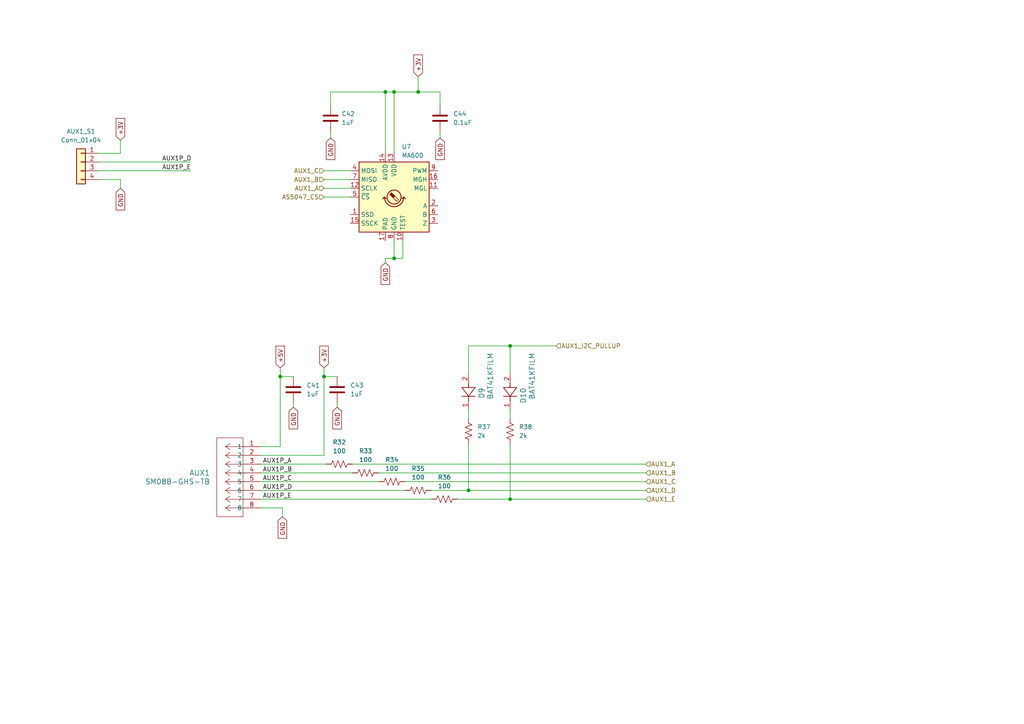
<source format=kicad_sch>
(kicad_sch
	(version 20231120)
	(generator "eeschema")
	(generator_version "8.0")
	(uuid "52598322-8c40-4caf-8c66-965fc3b6797b")
	(paper "A4")
	(title_block
		(title "moteus-x1")
		(rev "1")
	)
	(lib_symbols
		(symbol "Connector_Generic:Conn_01x04"
			(pin_names
				(offset 1.016) hide)
			(exclude_from_sim no)
			(in_bom yes)
			(on_board yes)
			(property "Reference" "J"
				(at 0 5.08 0)
				(effects
					(font
						(size 1.27 1.27)
					)
				)
			)
			(property "Value" "Conn_01x04"
				(at 0 -7.62 0)
				(effects
					(font
						(size 1.27 1.27)
					)
				)
			)
			(property "Footprint" ""
				(at 0 0 0)
				(effects
					(font
						(size 1.27 1.27)
					)
					(hide yes)
				)
			)
			(property "Datasheet" "~"
				(at 0 0 0)
				(effects
					(font
						(size 1.27 1.27)
					)
					(hide yes)
				)
			)
			(property "Description" "Generic connector, single row, 01x04, script generated (kicad-library-utils/schlib/autogen/connector/)"
				(at 0 0 0)
				(effects
					(font
						(size 1.27 1.27)
					)
					(hide yes)
				)
			)
			(property "ki_keywords" "connector"
				(at 0 0 0)
				(effects
					(font
						(size 1.27 1.27)
					)
					(hide yes)
				)
			)
			(property "ki_fp_filters" "Connector*:*_1x??_*"
				(at 0 0 0)
				(effects
					(font
						(size 1.27 1.27)
					)
					(hide yes)
				)
			)
			(symbol "Conn_01x04_1_1"
				(rectangle
					(start -1.27 -4.953)
					(end 0 -5.207)
					(stroke
						(width 0.1524)
						(type default)
					)
					(fill
						(type none)
					)
				)
				(rectangle
					(start -1.27 -2.413)
					(end 0 -2.667)
					(stroke
						(width 0.1524)
						(type default)
					)
					(fill
						(type none)
					)
				)
				(rectangle
					(start -1.27 0.127)
					(end 0 -0.127)
					(stroke
						(width 0.1524)
						(type default)
					)
					(fill
						(type none)
					)
				)
				(rectangle
					(start -1.27 2.667)
					(end 0 2.413)
					(stroke
						(width 0.1524)
						(type default)
					)
					(fill
						(type none)
					)
				)
				(rectangle
					(start -1.27 3.81)
					(end 1.27 -6.35)
					(stroke
						(width 0.254)
						(type default)
					)
					(fill
						(type background)
					)
				)
				(pin passive line
					(at -5.08 2.54 0)
					(length 3.81)
					(name "Pin_1"
						(effects
							(font
								(size 1.27 1.27)
							)
						)
					)
					(number "1"
						(effects
							(font
								(size 1.27 1.27)
							)
						)
					)
				)
				(pin passive line
					(at -5.08 0 0)
					(length 3.81)
					(name "Pin_2"
						(effects
							(font
								(size 1.27 1.27)
							)
						)
					)
					(number "2"
						(effects
							(font
								(size 1.27 1.27)
							)
						)
					)
				)
				(pin passive line
					(at -5.08 -2.54 0)
					(length 3.81)
					(name "Pin_3"
						(effects
							(font
								(size 1.27 1.27)
							)
						)
					)
					(number "3"
						(effects
							(font
								(size 1.27 1.27)
							)
						)
					)
				)
				(pin passive line
					(at -5.08 -5.08 0)
					(length 3.81)
					(name "Pin_4"
						(effects
							(font
								(size 1.27 1.27)
							)
						)
					)
					(number "4"
						(effects
							(font
								(size 1.27 1.27)
							)
						)
					)
				)
			)
		)
		(symbol "Device:C"
			(pin_numbers hide)
			(pin_names
				(offset 0.254)
			)
			(exclude_from_sim no)
			(in_bom yes)
			(on_board yes)
			(property "Reference" "C"
				(at 0.635 2.54 0)
				(effects
					(font
						(size 1.27 1.27)
					)
					(justify left)
				)
			)
			(property "Value" "C"
				(at 0.635 -2.54 0)
				(effects
					(font
						(size 1.27 1.27)
					)
					(justify left)
				)
			)
			(property "Footprint" ""
				(at 0.9652 -3.81 0)
				(effects
					(font
						(size 1.27 1.27)
					)
					(hide yes)
				)
			)
			(property "Datasheet" "~"
				(at 0 0 0)
				(effects
					(font
						(size 1.27 1.27)
					)
					(hide yes)
				)
			)
			(property "Description" "Unpolarized capacitor"
				(at 0 0 0)
				(effects
					(font
						(size 1.27 1.27)
					)
					(hide yes)
				)
			)
			(property "ki_keywords" "cap capacitor"
				(at 0 0 0)
				(effects
					(font
						(size 1.27 1.27)
					)
					(hide yes)
				)
			)
			(property "ki_fp_filters" "C_*"
				(at 0 0 0)
				(effects
					(font
						(size 1.27 1.27)
					)
					(hide yes)
				)
			)
			(symbol "C_0_1"
				(polyline
					(pts
						(xy -2.032 -0.762) (xy 2.032 -0.762)
					)
					(stroke
						(width 0.508)
						(type default)
					)
					(fill
						(type none)
					)
				)
				(polyline
					(pts
						(xy -2.032 0.762) (xy 2.032 0.762)
					)
					(stroke
						(width 0.508)
						(type default)
					)
					(fill
						(type none)
					)
				)
			)
			(symbol "C_1_1"
				(pin passive line
					(at 0 3.81 270)
					(length 2.794)
					(name "~"
						(effects
							(font
								(size 1.27 1.27)
							)
						)
					)
					(number "1"
						(effects
							(font
								(size 1.27 1.27)
							)
						)
					)
				)
				(pin passive line
					(at 0 -3.81 90)
					(length 2.794)
					(name "~"
						(effects
							(font
								(size 1.27 1.27)
							)
						)
					)
					(number "2"
						(effects
							(font
								(size 1.27 1.27)
							)
						)
					)
				)
			)
		)
		(symbol "Device:R_US"
			(pin_numbers hide)
			(pin_names
				(offset 0)
			)
			(exclude_from_sim no)
			(in_bom yes)
			(on_board yes)
			(property "Reference" "R"
				(at 2.54 0 90)
				(effects
					(font
						(size 1.27 1.27)
					)
				)
			)
			(property "Value" "R_US"
				(at -2.54 0 90)
				(effects
					(font
						(size 1.27 1.27)
					)
				)
			)
			(property "Footprint" ""
				(at 1.016 -0.254 90)
				(effects
					(font
						(size 1.27 1.27)
					)
					(hide yes)
				)
			)
			(property "Datasheet" "~"
				(at 0 0 0)
				(effects
					(font
						(size 1.27 1.27)
					)
					(hide yes)
				)
			)
			(property "Description" "Resistor, US symbol"
				(at 0 0 0)
				(effects
					(font
						(size 1.27 1.27)
					)
					(hide yes)
				)
			)
			(property "ki_keywords" "R res resistor"
				(at 0 0 0)
				(effects
					(font
						(size 1.27 1.27)
					)
					(hide yes)
				)
			)
			(property "ki_fp_filters" "R_*"
				(at 0 0 0)
				(effects
					(font
						(size 1.27 1.27)
					)
					(hide yes)
				)
			)
			(symbol "R_US_0_1"
				(polyline
					(pts
						(xy 0 -2.286) (xy 0 -2.54)
					)
					(stroke
						(width 0)
						(type default)
					)
					(fill
						(type none)
					)
				)
				(polyline
					(pts
						(xy 0 2.286) (xy 0 2.54)
					)
					(stroke
						(width 0)
						(type default)
					)
					(fill
						(type none)
					)
				)
				(polyline
					(pts
						(xy 0 -0.762) (xy 1.016 -1.143) (xy 0 -1.524) (xy -1.016 -1.905) (xy 0 -2.286)
					)
					(stroke
						(width 0)
						(type default)
					)
					(fill
						(type none)
					)
				)
				(polyline
					(pts
						(xy 0 0.762) (xy 1.016 0.381) (xy 0 0) (xy -1.016 -0.381) (xy 0 -0.762)
					)
					(stroke
						(width 0)
						(type default)
					)
					(fill
						(type none)
					)
				)
				(polyline
					(pts
						(xy 0 2.286) (xy 1.016 1.905) (xy 0 1.524) (xy -1.016 1.143) (xy 0 0.762)
					)
					(stroke
						(width 0)
						(type default)
					)
					(fill
						(type none)
					)
				)
			)
			(symbol "R_US_1_1"
				(pin passive line
					(at 0 3.81 270)
					(length 1.27)
					(name "~"
						(effects
							(font
								(size 1.27 1.27)
							)
						)
					)
					(number "1"
						(effects
							(font
								(size 1.27 1.27)
							)
						)
					)
				)
				(pin passive line
					(at 0 -3.81 90)
					(length 1.27)
					(name "~"
						(effects
							(font
								(size 1.27 1.27)
							)
						)
					)
					(number "2"
						(effects
							(font
								(size 1.27 1.27)
							)
						)
					)
				)
			)
		)
		(symbol "Sensor_Magnetic:MA730"
			(exclude_from_sim no)
			(in_bom yes)
			(on_board yes)
			(property "Reference" "U1"
				(at 2.1941 14.605 0)
				(effects
					(font
						(size 1.27 1.27)
					)
					(justify left)
				)
			)
			(property "Value" "MA730"
				(at 2.1941 12.065 0)
				(effects
					(font
						(size 1.27 1.27)
					)
					(justify left)
				)
			)
			(property "Footprint" "Package_DFN_QFN:QFN-16-1EP_3x3mm_P0.5mm_EP1.75x1.75mm"
				(at 0 -24.13 0)
				(effects
					(font
						(size 1.27 1.27)
					)
					(hide yes)
				)
			)
			(property "Datasheet" "https://www.monolithicpower.com/pub/media/document/m/a/ma730_r1.01.pdf"
				(at -54.61 40.64 0)
				(effects
					(font
						(size 1.27 1.27)
					)
					(hide yes)
				)
			)
			(property "Description" "Magnetic rotary angle sensor, 14-bit, SPI interface, ABZ, PWM, QFN-16"
				(at 0 0 0)
				(effects
					(font
						(size 1.27 1.27)
					)
					(hide yes)
				)
			)
			(property "ki_keywords" "sensor magnetic hall position rotation spi"
				(at 0 0 0)
				(effects
					(font
						(size 1.27 1.27)
					)
					(hide yes)
				)
			)
			(property "ki_fp_filters" "QFN*1EP*3x3mm*P0.5mm*"
				(at 0 0 0)
				(effects
					(font
						(size 1.27 1.27)
					)
					(hide yes)
				)
			)
			(symbol "MA730_0_1"
				(rectangle
					(start -10.16 10.16)
					(end 10.16 -10.16)
					(stroke
						(width 0.254)
						(type default)
					)
					(fill
						(type background)
					)
				)
				(arc
					(start -2.794 0)
					(mid 0 -2.7819)
					(end 2.794 0)
					(stroke
						(width 0.254)
						(type default)
					)
					(fill
						(type none)
					)
				)
				(polyline
					(pts
						(xy -2.794 0) (xy -3.302 -0.508)
					)
					(stroke
						(width 0.254)
						(type default)
					)
					(fill
						(type none)
					)
				)
				(polyline
					(pts
						(xy -2.794 0) (xy -2.286 -0.508)
					)
					(stroke
						(width 0.254)
						(type default)
					)
					(fill
						(type none)
					)
				)
				(polyline
					(pts
						(xy 2.794 0) (xy 2.286 -0.508)
					)
					(stroke
						(width 0.254)
						(type default)
					)
					(fill
						(type none)
					)
				)
				(polyline
					(pts
						(xy 2.794 0) (xy 3.302 -0.508)
					)
					(stroke
						(width 0.254)
						(type default)
					)
					(fill
						(type none)
					)
				)
			)
			(symbol "MA730_1_1"
				(polyline
					(pts
						(xy 0.254 0.254) (xy 1.27 -0.762) (xy 0.762 -1.27) (xy -0.254 -0.254)
					)
					(stroke
						(width 0)
						(type default)
					)
					(fill
						(type none)
					)
				)
				(polyline
					(pts
						(xy -0.762 1.27) (xy 0.254 0.254) (xy -0.254 -0.254) (xy -1.27 0.762) (xy -1.016 1.016) (xy -0.762 1.27)
						(xy -0.635 1.143)
					)
					(stroke
						(width 0)
						(type default)
					)
					(fill
						(type outline)
					)
				)
				(circle
					(center 0 0)
					(radius 2.032)
					(stroke
						(width 0.254)
						(type default)
					)
					(fill
						(type none)
					)
				)
				(pin output line
					(at -12.7 -5.08 0)
					(length 2.54)
					(name "SSD"
						(effects
							(font
								(size 1.27 1.27)
							)
						)
					)
					(number "1"
						(effects
							(font
								(size 1.27 1.27)
							)
						)
					)
				)
				(pin passive line
					(at 2.54 -12.7 90)
					(length 2.54)
					(name "TEST"
						(effects
							(font
								(size 1.27 1.27)
							)
						)
					)
					(number "10"
						(effects
							(font
								(size 1.27 1.27)
							)
						)
					)
				)
				(pin output line
					(at 12.7 2.54 180)
					(length 2.54)
					(name "MGL"
						(effects
							(font
								(size 1.27 1.27)
							)
						)
					)
					(number "11"
						(effects
							(font
								(size 1.27 1.27)
							)
						)
					)
				)
				(pin input line
					(at -12.7 2.54 0)
					(length 2.54)
					(name "SCLK"
						(effects
							(font
								(size 1.27 1.27)
							)
						)
					)
					(number "12"
						(effects
							(font
								(size 1.27 1.27)
							)
						)
					)
				)
				(pin power_in line
					(at 0 12.7 270)
					(length 2.54)
					(name "VDD"
						(effects
							(font
								(size 1.27 1.27)
							)
						)
					)
					(number "13"
						(effects
							(font
								(size 1.27 1.27)
							)
						)
					)
				)
				(pin power_in line
					(at -2.54 12.7 270)
					(length 2.54)
					(name "AVDD"
						(effects
							(font
								(size 1.27 1.27)
							)
						)
					)
					(number "14"
						(effects
							(font
								(size 1.27 1.27)
							)
						)
					)
				)
				(pin no_connect line
					(at 5.08 -10.16 90)
					(length 2.54) hide
					(name "NC"
						(effects
							(font
								(size 1.27 1.27)
							)
						)
					)
					(number "14"
						(effects
							(font
								(size 1.27 1.27)
							)
						)
					)
				)
				(pin input line
					(at -12.7 -7.62 0)
					(length 2.54)
					(name "SSCK"
						(effects
							(font
								(size 1.27 1.27)
							)
						)
					)
					(number "15"
						(effects
							(font
								(size 1.27 1.27)
							)
						)
					)
				)
				(pin output line
					(at 12.7 5.08 180)
					(length 2.54)
					(name "MGH"
						(effects
							(font
								(size 1.27 1.27)
							)
						)
					)
					(number "16"
						(effects
							(font
								(size 1.27 1.27)
							)
						)
					)
				)
				(pin input line
					(at -2.54 -12.7 90)
					(length 2.54)
					(name "PAD"
						(effects
							(font
								(size 1.27 1.27)
							)
						)
					)
					(number "17"
						(effects
							(font
								(size 1.27 1.27)
							)
						)
					)
				)
				(pin output line
					(at 12.7 -2.54 180)
					(length 2.54)
					(name "A"
						(effects
							(font
								(size 1.27 1.27)
							)
						)
					)
					(number "2"
						(effects
							(font
								(size 1.27 1.27)
							)
						)
					)
				)
				(pin output line
					(at 12.7 -7.62 180)
					(length 2.54)
					(name "Z"
						(effects
							(font
								(size 1.27 1.27)
							)
						)
					)
					(number "3"
						(effects
							(font
								(size 1.27 1.27)
							)
						)
					)
				)
				(pin input line
					(at -12.7 7.62 0)
					(length 2.54)
					(name "MOSI"
						(effects
							(font
								(size 1.27 1.27)
							)
						)
					)
					(number "4"
						(effects
							(font
								(size 1.27 1.27)
							)
						)
					)
				)
				(pin input line
					(at -12.7 0 0)
					(length 2.54)
					(name "~{CS}"
						(effects
							(font
								(size 1.27 1.27)
							)
						)
					)
					(number "5"
						(effects
							(font
								(size 1.27 1.27)
							)
						)
					)
				)
				(pin output line
					(at 12.7 -5.08 180)
					(length 2.54)
					(name "B"
						(effects
							(font
								(size 1.27 1.27)
							)
						)
					)
					(number "6"
						(effects
							(font
								(size 1.27 1.27)
							)
						)
					)
				)
				(pin output line
					(at -12.7 5.08 0)
					(length 2.54)
					(name "MISO"
						(effects
							(font
								(size 1.27 1.27)
							)
						)
					)
					(number "7"
						(effects
							(font
								(size 1.27 1.27)
							)
						)
					)
				)
				(pin power_in line
					(at 0 -12.7 90)
					(length 2.54)
					(name "GND"
						(effects
							(font
								(size 1.27 1.27)
							)
						)
					)
					(number "8"
						(effects
							(font
								(size 1.27 1.27)
							)
						)
					)
				)
				(pin output line
					(at 12.7 7.62 180)
					(length 2.54)
					(name "PWM"
						(effects
							(font
								(size 1.27 1.27)
							)
						)
					)
					(number "9"
						(effects
							(font
								(size 1.27 1.27)
							)
						)
					)
				)
			)
		)
		(symbol "moteus:BAT41KFILM"
			(pin_names
				(offset 0.254)
			)
			(exclude_from_sim no)
			(in_bom yes)
			(on_board yes)
			(property "Reference" "CR"
				(at 5.08 4.445 0)
				(effects
					(font
						(size 1.524 1.524)
					)
				)
			)
			(property "Value" "BAT41KFILM"
				(at 5.08 -3.81 0)
				(effects
					(font
						(size 1.524 1.524)
					)
				)
			)
			(property "Footprint" "SOD-523_STM"
				(at 0 0 0)
				(effects
					(font
						(size 1.27 1.27)
						(italic yes)
					)
					(hide yes)
				)
			)
			(property "Datasheet" "BAT41KFILM"
				(at 0 0 0)
				(effects
					(font
						(size 1.27 1.27)
						(italic yes)
					)
					(hide yes)
				)
			)
			(property "Description" ""
				(at 0 0 0)
				(effects
					(font
						(size 1.27 1.27)
					)
					(hide yes)
				)
			)
			(property "ki_locked" ""
				(at 0 0 0)
				(effects
					(font
						(size 1.27 1.27)
					)
				)
			)
			(property "ki_keywords" "BAT41KFILM"
				(at 0 0 0)
				(effects
					(font
						(size 1.27 1.27)
					)
					(hide yes)
				)
			)
			(property "ki_fp_filters" "SOD-523_STM SOD-523_STM-M SOD-523_STM-L"
				(at 0 0 0)
				(effects
					(font
						(size 1.27 1.27)
					)
					(hide yes)
				)
			)
			(symbol "BAT41KFILM_1_1"
				(polyline
					(pts
						(xy 2.54 0) (xy 3.4798 0)
					)
					(stroke
						(width 0.2032)
						(type default)
					)
					(fill
						(type none)
					)
				)
				(polyline
					(pts
						(xy 3.175 0) (xy 3.81 0)
					)
					(stroke
						(width 0.2032)
						(type default)
					)
					(fill
						(type none)
					)
				)
				(polyline
					(pts
						(xy 3.81 -1.905) (xy 6.35 0)
					)
					(stroke
						(width 0.2032)
						(type default)
					)
					(fill
						(type none)
					)
				)
				(polyline
					(pts
						(xy 3.81 1.905) (xy 3.81 -1.905)
					)
					(stroke
						(width 0.2032)
						(type default)
					)
					(fill
						(type none)
					)
				)
				(polyline
					(pts
						(xy 6.35 -1.905) (xy 6.35 1.905)
					)
					(stroke
						(width 0.2032)
						(type default)
					)
					(fill
						(type none)
					)
				)
				(polyline
					(pts
						(xy 6.35 0) (xy 3.81 1.905)
					)
					(stroke
						(width 0.2032)
						(type default)
					)
					(fill
						(type none)
					)
				)
				(polyline
					(pts
						(xy 6.35 0) (xy 7.62 0)
					)
					(stroke
						(width 0.2032)
						(type default)
					)
					(fill
						(type none)
					)
				)
				(pin unspecified line
					(at 10.16 0 180)
					(length 2.54)
					(name ""
						(effects
							(font
								(size 1.27 1.27)
							)
						)
					)
					(number "1"
						(effects
							(font
								(size 1.27 1.27)
							)
						)
					)
				)
				(pin unspecified line
					(at 0 0 0)
					(length 2.54)
					(name ""
						(effects
							(font
								(size 1.27 1.27)
							)
						)
					)
					(number "2"
						(effects
							(font
								(size 1.27 1.27)
							)
						)
					)
				)
			)
			(symbol "BAT41KFILM_1_2"
				(polyline
					(pts
						(xy -1.905 3.81) (xy 1.905 3.81)
					)
					(stroke
						(width 0.2032)
						(type default)
					)
					(fill
						(type none)
					)
				)
				(polyline
					(pts
						(xy 0 2.54) (xy 0 3.4798)
					)
					(stroke
						(width 0.2032)
						(type default)
					)
					(fill
						(type none)
					)
				)
				(polyline
					(pts
						(xy 0 3.175) (xy 0 3.81)
					)
					(stroke
						(width 0.2032)
						(type default)
					)
					(fill
						(type none)
					)
				)
				(polyline
					(pts
						(xy 0 6.35) (xy -1.905 3.81)
					)
					(stroke
						(width 0.2032)
						(type default)
					)
					(fill
						(type none)
					)
				)
				(polyline
					(pts
						(xy 0 6.35) (xy 0 7.62)
					)
					(stroke
						(width 0.2032)
						(type default)
					)
					(fill
						(type none)
					)
				)
				(polyline
					(pts
						(xy 1.905 3.81) (xy 0 6.35)
					)
					(stroke
						(width 0.2032)
						(type default)
					)
					(fill
						(type none)
					)
				)
				(polyline
					(pts
						(xy 1.905 6.35) (xy -1.905 6.35)
					)
					(stroke
						(width 0.2032)
						(type default)
					)
					(fill
						(type none)
					)
				)
				(pin unspecified line
					(at 0 10.16 270)
					(length 2.54)
					(name ""
						(effects
							(font
								(size 1.27 1.27)
							)
						)
					)
					(number "1"
						(effects
							(font
								(size 1.27 1.27)
							)
						)
					)
				)
				(pin unspecified line
					(at 0 0 90)
					(length 2.54)
					(name ""
						(effects
							(font
								(size 1.27 1.27)
							)
						)
					)
					(number "2"
						(effects
							(font
								(size 1.27 1.27)
							)
						)
					)
				)
			)
		)
		(symbol "moteus:SM08B-GHS-TB"
			(pin_names
				(offset 0.254)
			)
			(exclude_from_sim no)
			(in_bom yes)
			(on_board yes)
			(property "Reference" "J"
				(at 8.89 6.35 0)
				(effects
					(font
						(size 1.524 1.524)
					)
				)
			)
			(property "Value" "SM08B-GHS-TB"
				(at 0 0 0)
				(effects
					(font
						(size 1.524 1.524)
					)
				)
			)
			(property "Footprint" "CONN_SM08B-GHS-TB_JST"
				(at 0 0 0)
				(effects
					(font
						(size 1.27 1.27)
						(italic yes)
					)
					(hide yes)
				)
			)
			(property "Datasheet" "SM08B-GHS-TB"
				(at 0 0 0)
				(effects
					(font
						(size 1.27 1.27)
						(italic yes)
					)
					(hide yes)
				)
			)
			(property "Description" ""
				(at 0 0 0)
				(effects
					(font
						(size 1.27 1.27)
					)
					(hide yes)
				)
			)
			(property "ki_locked" ""
				(at 0 0 0)
				(effects
					(font
						(size 1.27 1.27)
					)
				)
			)
			(property "ki_keywords" "SM08B-GHS-TB"
				(at 0 0 0)
				(effects
					(font
						(size 1.27 1.27)
					)
					(hide yes)
				)
			)
			(property "ki_fp_filters" "CONN_SM08B-GHS-TB_JST"
				(at 0 0 0)
				(effects
					(font
						(size 1.27 1.27)
					)
					(hide yes)
				)
			)
			(symbol "SM08B-GHS-TB_1_1"
				(polyline
					(pts
						(xy 5.08 -20.32) (xy 12.7 -20.32)
					)
					(stroke
						(width 0.127)
						(type default)
					)
					(fill
						(type none)
					)
				)
				(polyline
					(pts
						(xy 5.08 2.54) (xy 5.08 -20.32)
					)
					(stroke
						(width 0.127)
						(type default)
					)
					(fill
						(type none)
					)
				)
				(polyline
					(pts
						(xy 10.16 -17.78) (xy 5.08 -17.78)
					)
					(stroke
						(width 0.127)
						(type default)
					)
					(fill
						(type none)
					)
				)
				(polyline
					(pts
						(xy 10.16 -17.78) (xy 8.89 -18.6267)
					)
					(stroke
						(width 0.127)
						(type default)
					)
					(fill
						(type none)
					)
				)
				(polyline
					(pts
						(xy 10.16 -17.78) (xy 8.89 -16.9333)
					)
					(stroke
						(width 0.127)
						(type default)
					)
					(fill
						(type none)
					)
				)
				(polyline
					(pts
						(xy 10.16 -15.24) (xy 5.08 -15.24)
					)
					(stroke
						(width 0.127)
						(type default)
					)
					(fill
						(type none)
					)
				)
				(polyline
					(pts
						(xy 10.16 -15.24) (xy 8.89 -16.0867)
					)
					(stroke
						(width 0.127)
						(type default)
					)
					(fill
						(type none)
					)
				)
				(polyline
					(pts
						(xy 10.16 -15.24) (xy 8.89 -14.3933)
					)
					(stroke
						(width 0.127)
						(type default)
					)
					(fill
						(type none)
					)
				)
				(polyline
					(pts
						(xy 10.16 -12.7) (xy 5.08 -12.7)
					)
					(stroke
						(width 0.127)
						(type default)
					)
					(fill
						(type none)
					)
				)
				(polyline
					(pts
						(xy 10.16 -12.7) (xy 8.89 -13.5467)
					)
					(stroke
						(width 0.127)
						(type default)
					)
					(fill
						(type none)
					)
				)
				(polyline
					(pts
						(xy 10.16 -12.7) (xy 8.89 -11.8533)
					)
					(stroke
						(width 0.127)
						(type default)
					)
					(fill
						(type none)
					)
				)
				(polyline
					(pts
						(xy 10.16 -10.16) (xy 5.08 -10.16)
					)
					(stroke
						(width 0.127)
						(type default)
					)
					(fill
						(type none)
					)
				)
				(polyline
					(pts
						(xy 10.16 -10.16) (xy 8.89 -11.0067)
					)
					(stroke
						(width 0.127)
						(type default)
					)
					(fill
						(type none)
					)
				)
				(polyline
					(pts
						(xy 10.16 -10.16) (xy 8.89 -9.3133)
					)
					(stroke
						(width 0.127)
						(type default)
					)
					(fill
						(type none)
					)
				)
				(polyline
					(pts
						(xy 10.16 -7.62) (xy 5.08 -7.62)
					)
					(stroke
						(width 0.127)
						(type default)
					)
					(fill
						(type none)
					)
				)
				(polyline
					(pts
						(xy 10.16 -7.62) (xy 8.89 -8.4667)
					)
					(stroke
						(width 0.127)
						(type default)
					)
					(fill
						(type none)
					)
				)
				(polyline
					(pts
						(xy 10.16 -7.62) (xy 8.89 -6.7733)
					)
					(stroke
						(width 0.127)
						(type default)
					)
					(fill
						(type none)
					)
				)
				(polyline
					(pts
						(xy 10.16 -5.08) (xy 5.08 -5.08)
					)
					(stroke
						(width 0.127)
						(type default)
					)
					(fill
						(type none)
					)
				)
				(polyline
					(pts
						(xy 10.16 -5.08) (xy 8.89 -5.9267)
					)
					(stroke
						(width 0.127)
						(type default)
					)
					(fill
						(type none)
					)
				)
				(polyline
					(pts
						(xy 10.16 -5.08) (xy 8.89 -4.2333)
					)
					(stroke
						(width 0.127)
						(type default)
					)
					(fill
						(type none)
					)
				)
				(polyline
					(pts
						(xy 10.16 -2.54) (xy 5.08 -2.54)
					)
					(stroke
						(width 0.127)
						(type default)
					)
					(fill
						(type none)
					)
				)
				(polyline
					(pts
						(xy 10.16 -2.54) (xy 8.89 -3.3867)
					)
					(stroke
						(width 0.127)
						(type default)
					)
					(fill
						(type none)
					)
				)
				(polyline
					(pts
						(xy 10.16 -2.54) (xy 8.89 -1.6933)
					)
					(stroke
						(width 0.127)
						(type default)
					)
					(fill
						(type none)
					)
				)
				(polyline
					(pts
						(xy 10.16 0) (xy 5.08 0)
					)
					(stroke
						(width 0.127)
						(type default)
					)
					(fill
						(type none)
					)
				)
				(polyline
					(pts
						(xy 10.16 0) (xy 8.89 -0.8467)
					)
					(stroke
						(width 0.127)
						(type default)
					)
					(fill
						(type none)
					)
				)
				(polyline
					(pts
						(xy 10.16 0) (xy 8.89 0.8467)
					)
					(stroke
						(width 0.127)
						(type default)
					)
					(fill
						(type none)
					)
				)
				(polyline
					(pts
						(xy 12.7 -20.32) (xy 12.7 2.54)
					)
					(stroke
						(width 0.127)
						(type default)
					)
					(fill
						(type none)
					)
				)
				(polyline
					(pts
						(xy 12.7 2.54) (xy 5.08 2.54)
					)
					(stroke
						(width 0.127)
						(type default)
					)
					(fill
						(type none)
					)
				)
				(pin unspecified line
					(at 0 0 0)
					(length 5.08)
					(name "1"
						(effects
							(font
								(size 1.27 1.27)
							)
						)
					)
					(number "1"
						(effects
							(font
								(size 1.27 1.27)
							)
						)
					)
				)
				(pin unspecified line
					(at 0 -2.54 0)
					(length 5.08)
					(name "2"
						(effects
							(font
								(size 1.27 1.27)
							)
						)
					)
					(number "2"
						(effects
							(font
								(size 1.27 1.27)
							)
						)
					)
				)
				(pin unspecified line
					(at 0 -5.08 0)
					(length 5.08)
					(name "3"
						(effects
							(font
								(size 1.27 1.27)
							)
						)
					)
					(number "3"
						(effects
							(font
								(size 1.27 1.27)
							)
						)
					)
				)
				(pin unspecified line
					(at 0 -7.62 0)
					(length 5.08)
					(name "4"
						(effects
							(font
								(size 1.27 1.27)
							)
						)
					)
					(number "4"
						(effects
							(font
								(size 1.27 1.27)
							)
						)
					)
				)
				(pin unspecified line
					(at 0 -10.16 0)
					(length 5.08)
					(name "5"
						(effects
							(font
								(size 1.27 1.27)
							)
						)
					)
					(number "5"
						(effects
							(font
								(size 1.27 1.27)
							)
						)
					)
				)
				(pin unspecified line
					(at 0 -12.7 0)
					(length 5.08)
					(name "6"
						(effects
							(font
								(size 1.27 1.27)
							)
						)
					)
					(number "6"
						(effects
							(font
								(size 1.27 1.27)
							)
						)
					)
				)
				(pin unspecified line
					(at 0 -15.24 0)
					(length 5.08)
					(name "7"
						(effects
							(font
								(size 1.27 1.27)
							)
						)
					)
					(number "7"
						(effects
							(font
								(size 1.27 1.27)
							)
						)
					)
				)
				(pin unspecified line
					(at 0 -17.78 0)
					(length 5.08)
					(name "8"
						(effects
							(font
								(size 1.27 1.27)
							)
						)
					)
					(number "8"
						(effects
							(font
								(size 1.27 1.27)
							)
						)
					)
				)
			)
			(symbol "SM08B-GHS-TB_1_2"
				(polyline
					(pts
						(xy 5.08 -20.32) (xy 12.7 -20.32)
					)
					(stroke
						(width 0.127)
						(type default)
					)
					(fill
						(type none)
					)
				)
				(polyline
					(pts
						(xy 5.08 2.54) (xy 5.08 -20.32)
					)
					(stroke
						(width 0.127)
						(type default)
					)
					(fill
						(type none)
					)
				)
				(polyline
					(pts
						(xy 7.62 -17.78) (xy 5.08 -17.78)
					)
					(stroke
						(width 0.127)
						(type default)
					)
					(fill
						(type none)
					)
				)
				(polyline
					(pts
						(xy 7.62 -17.78) (xy 8.89 -18.6267)
					)
					(stroke
						(width 0.127)
						(type default)
					)
					(fill
						(type none)
					)
				)
				(polyline
					(pts
						(xy 7.62 -17.78) (xy 8.89 -16.9333)
					)
					(stroke
						(width 0.127)
						(type default)
					)
					(fill
						(type none)
					)
				)
				(polyline
					(pts
						(xy 7.62 -15.24) (xy 5.08 -15.24)
					)
					(stroke
						(width 0.127)
						(type default)
					)
					(fill
						(type none)
					)
				)
				(polyline
					(pts
						(xy 7.62 -15.24) (xy 8.89 -16.0867)
					)
					(stroke
						(width 0.127)
						(type default)
					)
					(fill
						(type none)
					)
				)
				(polyline
					(pts
						(xy 7.62 -15.24) (xy 8.89 -14.3933)
					)
					(stroke
						(width 0.127)
						(type default)
					)
					(fill
						(type none)
					)
				)
				(polyline
					(pts
						(xy 7.62 -12.7) (xy 5.08 -12.7)
					)
					(stroke
						(width 0.127)
						(type default)
					)
					(fill
						(type none)
					)
				)
				(polyline
					(pts
						(xy 7.62 -12.7) (xy 8.89 -13.5467)
					)
					(stroke
						(width 0.127)
						(type default)
					)
					(fill
						(type none)
					)
				)
				(polyline
					(pts
						(xy 7.62 -12.7) (xy 8.89 -11.8533)
					)
					(stroke
						(width 0.127)
						(type default)
					)
					(fill
						(type none)
					)
				)
				(polyline
					(pts
						(xy 7.62 -10.16) (xy 5.08 -10.16)
					)
					(stroke
						(width 0.127)
						(type default)
					)
					(fill
						(type none)
					)
				)
				(polyline
					(pts
						(xy 7.62 -10.16) (xy 8.89 -11.0067)
					)
					(stroke
						(width 0.127)
						(type default)
					)
					(fill
						(type none)
					)
				)
				(polyline
					(pts
						(xy 7.62 -10.16) (xy 8.89 -9.3133)
					)
					(stroke
						(width 0.127)
						(type default)
					)
					(fill
						(type none)
					)
				)
				(polyline
					(pts
						(xy 7.62 -7.62) (xy 5.08 -7.62)
					)
					(stroke
						(width 0.127)
						(type default)
					)
					(fill
						(type none)
					)
				)
				(polyline
					(pts
						(xy 7.62 -7.62) (xy 8.89 -8.4667)
					)
					(stroke
						(width 0.127)
						(type default)
					)
					(fill
						(type none)
					)
				)
				(polyline
					(pts
						(xy 7.62 -7.62) (xy 8.89 -6.7733)
					)
					(stroke
						(width 0.127)
						(type default)
					)
					(fill
						(type none)
					)
				)
				(polyline
					(pts
						(xy 7.62 -5.08) (xy 5.08 -5.08)
					)
					(stroke
						(width 0.127)
						(type default)
					)
					(fill
						(type none)
					)
				)
				(polyline
					(pts
						(xy 7.62 -5.08) (xy 8.89 -5.9267)
					)
					(stroke
						(width 0.127)
						(type default)
					)
					(fill
						(type none)
					)
				)
				(polyline
					(pts
						(xy 7.62 -5.08) (xy 8.89 -4.2333)
					)
					(stroke
						(width 0.127)
						(type default)
					)
					(fill
						(type none)
					)
				)
				(polyline
					(pts
						(xy 7.62 -2.54) (xy 5.08 -2.54)
					)
					(stroke
						(width 0.127)
						(type default)
					)
					(fill
						(type none)
					)
				)
				(polyline
					(pts
						(xy 7.62 -2.54) (xy 8.89 -3.3867)
					)
					(stroke
						(width 0.127)
						(type default)
					)
					(fill
						(type none)
					)
				)
				(polyline
					(pts
						(xy 7.62 -2.54) (xy 8.89 -1.6933)
					)
					(stroke
						(width 0.127)
						(type default)
					)
					(fill
						(type none)
					)
				)
				(polyline
					(pts
						(xy 7.62 0) (xy 5.08 0)
					)
					(stroke
						(width 0.127)
						(type default)
					)
					(fill
						(type none)
					)
				)
				(polyline
					(pts
						(xy 7.62 0) (xy 8.89 -0.8467)
					)
					(stroke
						(width 0.127)
						(type default)
					)
					(fill
						(type none)
					)
				)
				(polyline
					(pts
						(xy 7.62 0) (xy 8.89 0.8467)
					)
					(stroke
						(width 0.127)
						(type default)
					)
					(fill
						(type none)
					)
				)
				(polyline
					(pts
						(xy 12.7 -20.32) (xy 12.7 2.54)
					)
					(stroke
						(width 0.127)
						(type default)
					)
					(fill
						(type none)
					)
				)
				(polyline
					(pts
						(xy 12.7 2.54) (xy 5.08 2.54)
					)
					(stroke
						(width 0.127)
						(type default)
					)
					(fill
						(type none)
					)
				)
				(pin unspecified line
					(at 0 0 0)
					(length 5.08)
					(name "1"
						(effects
							(font
								(size 1.27 1.27)
							)
						)
					)
					(number "1"
						(effects
							(font
								(size 1.27 1.27)
							)
						)
					)
				)
				(pin unspecified line
					(at 0 -2.54 0)
					(length 5.08)
					(name "2"
						(effects
							(font
								(size 1.27 1.27)
							)
						)
					)
					(number "2"
						(effects
							(font
								(size 1.27 1.27)
							)
						)
					)
				)
				(pin unspecified line
					(at 0 -5.08 0)
					(length 5.08)
					(name "3"
						(effects
							(font
								(size 1.27 1.27)
							)
						)
					)
					(number "3"
						(effects
							(font
								(size 1.27 1.27)
							)
						)
					)
				)
				(pin unspecified line
					(at 0 -7.62 0)
					(length 5.08)
					(name "4"
						(effects
							(font
								(size 1.27 1.27)
							)
						)
					)
					(number "4"
						(effects
							(font
								(size 1.27 1.27)
							)
						)
					)
				)
				(pin unspecified line
					(at 0 -10.16 0)
					(length 5.08)
					(name "5"
						(effects
							(font
								(size 1.27 1.27)
							)
						)
					)
					(number "5"
						(effects
							(font
								(size 1.27 1.27)
							)
						)
					)
				)
				(pin unspecified line
					(at 0 -12.7 0)
					(length 5.08)
					(name "6"
						(effects
							(font
								(size 1.27 1.27)
							)
						)
					)
					(number "6"
						(effects
							(font
								(size 1.27 1.27)
							)
						)
					)
				)
				(pin unspecified line
					(at 0 -15.24 0)
					(length 5.08)
					(name "7"
						(effects
							(font
								(size 1.27 1.27)
							)
						)
					)
					(number "7"
						(effects
							(font
								(size 1.27 1.27)
							)
						)
					)
				)
				(pin unspecified line
					(at 0 -17.78 0)
					(length 5.08)
					(name "8"
						(effects
							(font
								(size 1.27 1.27)
							)
						)
					)
					(number "8"
						(effects
							(font
								(size 1.27 1.27)
							)
						)
					)
				)
			)
		)
	)
	(junction
		(at 147.955 100.33)
		(diameter 0)
		(color 0 0 0 0)
		(uuid "1e880da8-db74-4d88-9400-64124c41f163")
	)
	(junction
		(at 93.98 109.22)
		(diameter 0)
		(color 0 0 0 0)
		(uuid "230fe2c8-8321-4ff2-931c-371eb0d70aef")
	)
	(junction
		(at 81.28 109.22)
		(diameter 0)
		(color 0 0 0 0)
		(uuid "264e2d8a-b612-4b7b-bfdf-a1d5b8bef795")
	)
	(junction
		(at 111.76 26.67)
		(diameter 0)
		(color 0 0 0 0)
		(uuid "3572eca8-2154-47f4-8e78-6779d021c52b")
	)
	(junction
		(at 114.3 74.93)
		(diameter 0)
		(color 0 0 0 0)
		(uuid "44176e46-743e-4e95-984b-b74e3387e915")
	)
	(junction
		(at 114.3 26.67)
		(diameter 0)
		(color 0 0 0 0)
		(uuid "b53dd18e-dc3e-4162-a5d8-10e5bf4ccaaf")
	)
	(junction
		(at 121.285 26.67)
		(diameter 0)
		(color 0 0 0 0)
		(uuid "c1772231-07e9-4bb9-a68f-36982d35ec32")
	)
	(junction
		(at 147.955 144.78)
		(diameter 0)
		(color 0 0 0 0)
		(uuid "c9c00bd6-75db-4d4c-9625-44a06d260edf")
	)
	(junction
		(at 135.89 142.24)
		(diameter 0)
		(color 0 0 0 0)
		(uuid "fb315668-cb01-4b40-970d-b048f559ab32")
	)
	(wire
		(pts
			(xy 111.76 26.67) (xy 111.76 44.45)
		)
		(stroke
			(width 0)
			(type default)
		)
		(uuid "05858b55-b44e-49ec-8e86-9db000257b78")
	)
	(wire
		(pts
			(xy 75.565 137.16) (xy 102.235 137.16)
		)
		(stroke
			(width 0)
			(type default)
		)
		(uuid "05f7bbb6-2eeb-4017-8cc5-70fd6626d9a8")
	)
	(wire
		(pts
			(xy 111.76 74.93) (xy 114.3 74.93)
		)
		(stroke
			(width 0)
			(type default)
		)
		(uuid "0894450c-d189-4521-a88d-a2d23c0569b5")
	)
	(wire
		(pts
			(xy 95.885 38.1) (xy 95.885 40.005)
		)
		(stroke
			(width 0)
			(type default)
		)
		(uuid "0aa25ddb-8b8a-4621-848e-673e5ae5dfd5")
	)
	(wire
		(pts
			(xy 135.89 128.905) (xy 135.89 142.24)
		)
		(stroke
			(width 0)
			(type default)
		)
		(uuid "0c0630d0-9b22-415c-a93b-847a2d4793e1")
	)
	(wire
		(pts
			(xy 102.235 134.62) (xy 187.325 134.62)
		)
		(stroke
			(width 0)
			(type default)
		)
		(uuid "0ca5560e-bcd9-4b11-8b3f-c29d76a8cab3")
	)
	(wire
		(pts
			(xy 127.635 26.67) (xy 121.285 26.67)
		)
		(stroke
			(width 0)
			(type default)
		)
		(uuid "155624e3-a3ba-4a76-b003-16294bdcf7ab")
	)
	(wire
		(pts
			(xy 81.28 109.22) (xy 81.28 129.54)
		)
		(stroke
			(width 0)
			(type default)
		)
		(uuid "15db90f7-3e25-4dea-b81b-42d172b6f6d9")
	)
	(wire
		(pts
			(xy 114.3 26.67) (xy 114.3 44.45)
		)
		(stroke
			(width 0)
			(type default)
		)
		(uuid "1936f0c1-7d5d-446c-8fb9-8800e8e2c4ea")
	)
	(wire
		(pts
			(xy 111.76 26.67) (xy 114.3 26.67)
		)
		(stroke
			(width 0)
			(type default)
		)
		(uuid "19f1c8db-744f-4adc-9490-16a44db276f0")
	)
	(wire
		(pts
			(xy 28.575 52.07) (xy 34.925 52.07)
		)
		(stroke
			(width 0)
			(type default)
		)
		(uuid "20959ca3-2a22-4871-9d7d-5d16d693c424")
	)
	(wire
		(pts
			(xy 95.885 26.67) (xy 111.76 26.67)
		)
		(stroke
			(width 0)
			(type default)
		)
		(uuid "23d3cce8-0901-450e-b3ce-26946c088ac9")
	)
	(wire
		(pts
			(xy 93.98 57.15) (xy 101.6 57.15)
		)
		(stroke
			(width 0)
			(type default)
		)
		(uuid "294cc1a3-4cf7-4ec3-8921-3b2720a725eb")
	)
	(wire
		(pts
			(xy 147.955 128.905) (xy 147.955 144.78)
		)
		(stroke
			(width 0)
			(type default)
		)
		(uuid "2a971276-af9f-4838-9fc8-c65c6795392c")
	)
	(wire
		(pts
			(xy 127.635 30.48) (xy 127.635 26.67)
		)
		(stroke
			(width 0)
			(type default)
		)
		(uuid "2be83f99-3215-4d5d-9b1b-986dd746ab1f")
	)
	(wire
		(pts
			(xy 132.715 144.78) (xy 147.955 144.78)
		)
		(stroke
			(width 0)
			(type default)
		)
		(uuid "2ccf3819-7c1c-4a00-a8d2-e68369141baa")
	)
	(wire
		(pts
			(xy 121.285 26.67) (xy 114.3 26.67)
		)
		(stroke
			(width 0)
			(type default)
		)
		(uuid "30be12b0-9fac-42fe-8e09-53865a875213")
	)
	(wire
		(pts
			(xy 28.575 49.53) (xy 55.245 49.53)
		)
		(stroke
			(width 0)
			(type default)
		)
		(uuid "3ad8c6e2-dd23-49d2-8ae1-3d323c811bf1")
	)
	(wire
		(pts
			(xy 135.89 118.745) (xy 135.89 121.285)
		)
		(stroke
			(width 0)
			(type default)
		)
		(uuid "3c475e20-476c-4787-a2db-b1cd6a8a79aa")
	)
	(wire
		(pts
			(xy 117.475 139.7) (xy 187.325 139.7)
		)
		(stroke
			(width 0)
			(type default)
		)
		(uuid "41cff6a6-381e-45b9-bee4-eba702d436c6")
	)
	(wire
		(pts
			(xy 127.635 38.1) (xy 127.635 40.005)
		)
		(stroke
			(width 0)
			(type default)
		)
		(uuid "41d2d361-47b5-4572-af7c-61c27b1461a1")
	)
	(wire
		(pts
			(xy 147.955 100.33) (xy 135.89 100.33)
		)
		(stroke
			(width 0)
			(type default)
		)
		(uuid "45e68404-db2c-41e4-b7a1-e8a3a77332b3")
	)
	(wire
		(pts
			(xy 161.29 100.33) (xy 147.955 100.33)
		)
		(stroke
			(width 0)
			(type default)
		)
		(uuid "4dee3a2a-58f9-4039-859e-7bfa9bbbb245")
	)
	(wire
		(pts
			(xy 75.565 144.78) (xy 125.095 144.78)
		)
		(stroke
			(width 0)
			(type default)
		)
		(uuid "4ead1f6a-ef22-4127-9842-b6e055eccce5")
	)
	(wire
		(pts
			(xy 93.98 109.22) (xy 97.79 109.22)
		)
		(stroke
			(width 0)
			(type default)
		)
		(uuid "514db3f7-0157-4fa0-b01c-ed94dadeccc7")
	)
	(wire
		(pts
			(xy 93.98 52.07) (xy 101.6 52.07)
		)
		(stroke
			(width 0)
			(type default)
		)
		(uuid "51f48ad6-7de1-4b97-a00b-4269166a6d93")
	)
	(wire
		(pts
			(xy 109.855 137.16) (xy 187.325 137.16)
		)
		(stroke
			(width 0)
			(type default)
		)
		(uuid "5a7ff6eb-45bd-4cef-9138-06dce87f944a")
	)
	(wire
		(pts
			(xy 28.575 46.99) (xy 55.245 46.99)
		)
		(stroke
			(width 0)
			(type default)
		)
		(uuid "5ecb3d35-3890-435b-9ac8-a7478be1ca41")
	)
	(wire
		(pts
			(xy 125.095 142.24) (xy 135.89 142.24)
		)
		(stroke
			(width 0)
			(type default)
		)
		(uuid "62d33c01-28a9-430b-a0d3-76739a51fe5d")
	)
	(wire
		(pts
			(xy 81.28 109.22) (xy 85.09 109.22)
		)
		(stroke
			(width 0)
			(type default)
		)
		(uuid "67f09e87-c240-4dd2-9ab8-238c2c138a08")
	)
	(wire
		(pts
			(xy 75.565 142.24) (xy 117.475 142.24)
		)
		(stroke
			(width 0)
			(type default)
		)
		(uuid "6d083e73-735d-4f71-bee9-43a6e563c076")
	)
	(wire
		(pts
			(xy 121.285 22.225) (xy 121.285 26.67)
		)
		(stroke
			(width 0)
			(type default)
		)
		(uuid "71a57568-4ed7-43ef-894e-9b30c1ead4ab")
	)
	(wire
		(pts
			(xy 93.98 109.22) (xy 93.98 106.68)
		)
		(stroke
			(width 0)
			(type default)
		)
		(uuid "7c232ce1-73b1-4867-90ca-8854bd45db1f")
	)
	(wire
		(pts
			(xy 147.955 100.33) (xy 147.955 108.585)
		)
		(stroke
			(width 0)
			(type default)
		)
		(uuid "7e17f695-055f-4862-a836-db9fc6ccb8d8")
	)
	(wire
		(pts
			(xy 116.84 74.93) (xy 114.3 74.93)
		)
		(stroke
			(width 0)
			(type default)
		)
		(uuid "7fcc1159-e05c-48a0-83ca-b18bb541e250")
	)
	(wire
		(pts
			(xy 75.565 139.7) (xy 109.855 139.7)
		)
		(stroke
			(width 0)
			(type default)
		)
		(uuid "8383c3ab-627b-4134-a1d9-9bec3dee72e1")
	)
	(wire
		(pts
			(xy 147.955 144.78) (xy 187.325 144.78)
		)
		(stroke
			(width 0)
			(type default)
		)
		(uuid "85013f99-9781-4a29-b258-2b520e2d1822")
	)
	(wire
		(pts
			(xy 75.565 129.54) (xy 81.28 129.54)
		)
		(stroke
			(width 0)
			(type default)
		)
		(uuid "852bfe59-065d-464e-b896-bf4f7c724b38")
	)
	(wire
		(pts
			(xy 34.925 52.07) (xy 34.925 54.61)
		)
		(stroke
			(width 0)
			(type default)
		)
		(uuid "8e3315c6-fdee-4553-b42e-2fa197aaf9e2")
	)
	(wire
		(pts
			(xy 34.925 44.45) (xy 34.925 40.64)
		)
		(stroke
			(width 0)
			(type default)
		)
		(uuid "91fff907-e872-46d3-a728-47ab14025353")
	)
	(wire
		(pts
			(xy 75.565 147.32) (xy 81.915 147.32)
		)
		(stroke
			(width 0)
			(type default)
		)
		(uuid "94805428-1799-4575-abcc-12f95c138272")
	)
	(wire
		(pts
			(xy 97.79 116.84) (xy 97.79 118.11)
		)
		(stroke
			(width 0)
			(type default)
		)
		(uuid "98a0ae79-d434-4f2f-924d-93e737a2fc03")
	)
	(wire
		(pts
			(xy 93.98 132.08) (xy 93.98 109.22)
		)
		(stroke
			(width 0)
			(type default)
		)
		(uuid "9addfa45-9801-4f37-b484-07d4ffefec67")
	)
	(wire
		(pts
			(xy 75.565 134.62) (xy 94.615 134.62)
		)
		(stroke
			(width 0)
			(type default)
		)
		(uuid "9da99f5a-755e-4b65-86a4-8e8c8511c95c")
	)
	(wire
		(pts
			(xy 85.09 116.84) (xy 85.09 118.11)
		)
		(stroke
			(width 0)
			(type default)
		)
		(uuid "9ddc04c5-7c48-448a-9387-f9f2e46f659f")
	)
	(wire
		(pts
			(xy 135.89 100.33) (xy 135.89 108.585)
		)
		(stroke
			(width 0)
			(type default)
		)
		(uuid "b35209cd-6fee-4d37-bca1-1e42879be5d6")
	)
	(wire
		(pts
			(xy 75.565 132.08) (xy 93.98 132.08)
		)
		(stroke
			(width 0)
			(type default)
		)
		(uuid "b5520c52-28f9-4bf9-a965-bec11e6cd99d")
	)
	(wire
		(pts
			(xy 114.3 69.85) (xy 114.3 74.93)
		)
		(stroke
			(width 0)
			(type default)
		)
		(uuid "be116b25-9c63-4b93-8bb2-ff34cc704cfa")
	)
	(wire
		(pts
			(xy 93.98 49.53) (xy 101.6 49.53)
		)
		(stroke
			(width 0)
			(type default)
		)
		(uuid "c96ce132-fe40-41b7-b475-b1d13160ed3a")
	)
	(wire
		(pts
			(xy 81.28 106.68) (xy 81.28 109.22)
		)
		(stroke
			(width 0)
			(type default)
		)
		(uuid "d30ef17e-92d4-4d89-8083-8e0b33ff149d")
	)
	(wire
		(pts
			(xy 147.955 118.745) (xy 147.955 121.285)
		)
		(stroke
			(width 0)
			(type default)
		)
		(uuid "d378a7b4-8ef1-4b00-bdaa-87a3cef78e12")
	)
	(wire
		(pts
			(xy 93.98 54.61) (xy 101.6 54.61)
		)
		(stroke
			(width 0)
			(type default)
		)
		(uuid "dcd1fb6e-6b98-436a-aaa0-8cc033ae102b")
	)
	(wire
		(pts
			(xy 95.885 30.48) (xy 95.885 26.67)
		)
		(stroke
			(width 0)
			(type default)
		)
		(uuid "e2bd1873-abc5-4eac-bbbf-e589860f4fe3")
	)
	(wire
		(pts
			(xy 28.575 44.45) (xy 34.925 44.45)
		)
		(stroke
			(width 0)
			(type default)
		)
		(uuid "e3e97267-c3fe-4240-9ed3-99fac04f1924")
	)
	(wire
		(pts
			(xy 135.89 142.24) (xy 187.325 142.24)
		)
		(stroke
			(width 0)
			(type default)
		)
		(uuid "e7077f51-4dd2-407c-ba31-d99d6ea1cb63")
	)
	(wire
		(pts
			(xy 81.915 147.32) (xy 81.915 149.86)
		)
		(stroke
			(width 0)
			(type default)
		)
		(uuid "f641dc7e-bb98-489f-a887-32e5148ceb5a")
	)
	(wire
		(pts
			(xy 111.76 76.2) (xy 111.76 74.93)
		)
		(stroke
			(width 0)
			(type default)
		)
		(uuid "fc8e4499-ff36-4c85-accf-6f4ce13bfd05")
	)
	(wire
		(pts
			(xy 116.84 69.85) (xy 116.84 74.93)
		)
		(stroke
			(width 0)
			(type default)
		)
		(uuid "fe5597f0-56a3-4cc7-b5dc-7da5f98c41ac")
	)
	(label "AUX1P_E"
		(at 76.2 144.78 0)
		(fields_autoplaced yes)
		(effects
			(font
				(size 1.27 1.27)
			)
			(justify left bottom)
		)
		(uuid "317785eb-5bf2-4649-810c-baa295a5a230")
	)
	(label "AUX1P_D"
		(at 46.99 46.99 0)
		(fields_autoplaced yes)
		(effects
			(font
				(size 1.27 1.27)
			)
			(justify left bottom)
		)
		(uuid "3f8413a5-af07-46cd-b423-cccc9fb4d145")
	)
	(label "AUX1P_E"
		(at 46.99 49.53 0)
		(fields_autoplaced yes)
		(effects
			(font
				(size 1.27 1.27)
			)
			(justify left bottom)
		)
		(uuid "4e02f3a3-75b7-4ae7-8572-ed8ad79b547f")
	)
	(label "AUX1P_D"
		(at 76.2 142.24 0)
		(fields_autoplaced yes)
		(effects
			(font
				(size 1.27 1.27)
			)
			(justify left bottom)
		)
		(uuid "96040753-532f-4e1f-ab16-d38ac3526afb")
	)
	(label "AUX1P_A"
		(at 76.2 134.62 0)
		(fields_autoplaced yes)
		(effects
			(font
				(size 1.27 1.27)
			)
			(justify left bottom)
		)
		(uuid "9fe3c039-680e-485f-bd99-7ce098ba73e6")
	)
	(label "AUX1P_B"
		(at 76.2 137.16 0)
		(fields_autoplaced yes)
		(effects
			(font
				(size 1.27 1.27)
			)
			(justify left bottom)
		)
		(uuid "cb4f49c5-b7a8-428d-b8c7-5a807a4fd97b")
	)
	(label "AUX1P_C"
		(at 76.2 139.7 0)
		(fields_autoplaced yes)
		(effects
			(font
				(size 1.27 1.27)
			)
			(justify left bottom)
		)
		(uuid "f05eebc2-aa12-422b-8b04-5657b5def347")
	)
	(global_label "+3V"
		(shape input)
		(at 121.285 22.225 90)
		(fields_autoplaced yes)
		(effects
			(font
				(size 1.27 1.27)
			)
			(justify left)
		)
		(uuid "1a7be21f-0ca3-440b-b526-e326216477a0")
		(property "Intersheetrefs" "${INTERSHEET_REFS}"
			(at 121.285 15.3693 90)
			(effects
				(font
					(size 1.27 1.27)
				)
				(justify left)
				(hide yes)
			)
		)
	)
	(global_label "GND"
		(shape input)
		(at 81.915 149.86 270)
		(fields_autoplaced yes)
		(effects
			(font
				(size 1.27 1.27)
			)
			(justify right)
		)
		(uuid "1fce61f2-c596-4c58-a4e0-a28d5aca307d")
		(property "Intersheetrefs" "${INTERSHEET_REFS}"
			(at 81.915 156.7157 90)
			(effects
				(font
					(size 1.27 1.27)
				)
				(justify right)
				(hide yes)
			)
		)
	)
	(global_label "GND"
		(shape input)
		(at 127.635 40.005 270)
		(fields_autoplaced yes)
		(effects
			(font
				(size 1.27 1.27)
			)
			(justify right)
		)
		(uuid "2606ff73-6a34-4a30-be20-a8f6c4ce8568")
		(property "Intersheetrefs" "${INTERSHEET_REFS}"
			(at 127.635 46.8607 90)
			(effects
				(font
					(size 1.27 1.27)
				)
				(justify right)
				(hide yes)
			)
		)
	)
	(global_label "GND"
		(shape input)
		(at 85.09 118.11 270)
		(fields_autoplaced yes)
		(effects
			(font
				(size 1.27 1.27)
			)
			(justify right)
		)
		(uuid "4b1cde63-216e-4572-9925-4c263aafa4f4")
		(property "Intersheetrefs" "${INTERSHEET_REFS}"
			(at 85.09 124.9657 90)
			(effects
				(font
					(size 1.27 1.27)
				)
				(justify right)
				(hide yes)
			)
		)
	)
	(global_label "GND"
		(shape input)
		(at 34.925 54.61 270)
		(fields_autoplaced yes)
		(effects
			(font
				(size 1.27 1.27)
			)
			(justify right)
		)
		(uuid "50fe90d2-664e-4872-887a-00c25bad2b6b")
		(property "Intersheetrefs" "${INTERSHEET_REFS}"
			(at 34.925 61.4657 90)
			(effects
				(font
					(size 1.27 1.27)
				)
				(justify right)
				(hide yes)
			)
		)
	)
	(global_label "GND"
		(shape input)
		(at 111.76 76.2 270)
		(fields_autoplaced yes)
		(effects
			(font
				(size 1.27 1.27)
			)
			(justify right)
		)
		(uuid "66af87f7-beb5-4610-b1c1-b4eabd1aabb4")
		(property "Intersheetrefs" "${INTERSHEET_REFS}"
			(at 111.76 83.0557 90)
			(effects
				(font
					(size 1.27 1.27)
				)
				(justify right)
				(hide yes)
			)
		)
	)
	(global_label "+3V"
		(shape input)
		(at 93.98 106.68 90)
		(fields_autoplaced yes)
		(effects
			(font
				(size 1.27 1.27)
			)
			(justify left)
		)
		(uuid "7019b2d7-d7cd-4ceb-80a7-3be768165170")
		(property "Intersheetrefs" "${INTERSHEET_REFS}"
			(at 93.98 99.8243 90)
			(effects
				(font
					(size 1.27 1.27)
				)
				(justify left)
				(hide yes)
			)
		)
	)
	(global_label "+3V"
		(shape input)
		(at 34.925 40.64 90)
		(fields_autoplaced yes)
		(effects
			(font
				(size 1.27 1.27)
			)
			(justify left)
		)
		(uuid "c9ee874e-0541-42f4-b0c5-8adb153678e0")
		(property "Intersheetrefs" "${INTERSHEET_REFS}"
			(at 34.925 33.7843 90)
			(effects
				(font
					(size 1.27 1.27)
				)
				(justify left)
				(hide yes)
			)
		)
	)
	(global_label "GND"
		(shape input)
		(at 95.885 40.005 270)
		(fields_autoplaced yes)
		(effects
			(font
				(size 1.27 1.27)
			)
			(justify right)
		)
		(uuid "d52767ed-95d7-4d17-8c99-c37657be0be3")
		(property "Intersheetrefs" "${INTERSHEET_REFS}"
			(at 95.885 46.8607 90)
			(effects
				(font
					(size 1.27 1.27)
				)
				(justify right)
				(hide yes)
			)
		)
	)
	(global_label "+5V"
		(shape input)
		(at 81.28 106.68 90)
		(fields_autoplaced yes)
		(effects
			(font
				(size 1.27 1.27)
			)
			(justify left)
		)
		(uuid "d6fcd669-478d-48ca-9028-7b2bbddda9ae")
		(property "Intersheetrefs" "${INTERSHEET_REFS}"
			(at 81.28 99.8243 90)
			(effects
				(font
					(size 1.27 1.27)
				)
				(justify left)
				(hide yes)
			)
		)
	)
	(global_label "GND"
		(shape input)
		(at 97.79 118.11 270)
		(fields_autoplaced yes)
		(effects
			(font
				(size 1.27 1.27)
			)
			(justify right)
		)
		(uuid "d72a6b41-6ea9-42e5-9b59-a345de39406c")
		(property "Intersheetrefs" "${INTERSHEET_REFS}"
			(at 97.79 124.9657 90)
			(effects
				(font
					(size 1.27 1.27)
				)
				(justify right)
				(hide yes)
			)
		)
	)
	(hierarchical_label "AUX1_B"
		(shape input)
		(at 93.98 52.07 180)
		(fields_autoplaced yes)
		(effects
			(font
				(size 1.27 1.27)
			)
			(justify right)
		)
		(uuid "22ce35cf-93c4-4661-850b-1293248d94ad")
	)
	(hierarchical_label "AUX1_C"
		(shape input)
		(at 93.98 49.53 180)
		(fields_autoplaced yes)
		(effects
			(font
				(size 1.27 1.27)
			)
			(justify right)
		)
		(uuid "2a786ff3-89f6-4282-91ad-063a6bd7a44e")
	)
	(hierarchical_label "AUX1_C"
		(shape input)
		(at 187.325 139.7 0)
		(fields_autoplaced yes)
		(effects
			(font
				(size 1.27 1.27)
			)
			(justify left)
		)
		(uuid "33ded24c-729c-4f58-95be-da7081d93f06")
	)
	(hierarchical_label "AUX1_A"
		(shape input)
		(at 187.325 134.62 0)
		(fields_autoplaced yes)
		(effects
			(font
				(size 1.27 1.27)
			)
			(justify left)
		)
		(uuid "43a63541-6bed-4d79-b5a1-0948855ee16b")
	)
	(hierarchical_label "AUX1_E"
		(shape input)
		(at 187.325 144.78 0)
		(fields_autoplaced yes)
		(effects
			(font
				(size 1.27 1.27)
			)
			(justify left)
		)
		(uuid "ab583043-25ed-45f3-b363-c178e8cab3a8")
	)
	(hierarchical_label "AUX1_A"
		(shape input)
		(at 93.98 54.61 180)
		(fields_autoplaced yes)
		(effects
			(font
				(size 1.27 1.27)
			)
			(justify right)
		)
		(uuid "c77db36a-2c06-44ca-82b4-9edf392c9b92")
	)
	(hierarchical_label "AUX1_I2C_PULLUP"
		(shape input)
		(at 161.29 100.33 0)
		(fields_autoplaced yes)
		(effects
			(font
				(size 1.27 1.27)
			)
			(justify left)
		)
		(uuid "cb270532-ad7a-4d65-87e2-41762f86685b")
	)
	(hierarchical_label "AUX1_D"
		(shape input)
		(at 187.325 142.24 0)
		(fields_autoplaced yes)
		(effects
			(font
				(size 1.27 1.27)
			)
			(justify left)
		)
		(uuid "d459c655-17f5-4b88-b973-e42a5abf290f")
	)
	(hierarchical_label "AUX1_B"
		(shape input)
		(at 187.325 137.16 0)
		(fields_autoplaced yes)
		(effects
			(font
				(size 1.27 1.27)
			)
			(justify left)
		)
		(uuid "f7b21ef8-26a5-4648-8456-423a2ec11b99")
	)
	(hierarchical_label "AS5047_CS"
		(shape input)
		(at 93.98 57.15 180)
		(fields_autoplaced yes)
		(effects
			(font
				(size 1.27 1.27)
			)
			(justify right)
		)
		(uuid "fe6e66a3-e0b9-43d8-b970-001a8f7d6733")
	)
	(symbol
		(lib_id "Device:R_US")
		(at 106.045 137.16 90)
		(unit 1)
		(exclude_from_sim no)
		(in_bom yes)
		(on_board yes)
		(dnp no)
		(fields_autoplaced yes)
		(uuid "0fb6b431-5b11-42c0-86d1-286f704b10cd")
		(property "Reference" "R33"
			(at 106.045 130.81 90)
			(effects
				(font
					(size 1.27 1.27)
				)
			)
		)
		(property "Value" "100"
			(at 106.045 133.35 90)
			(effects
				(font
					(size 1.27 1.27)
				)
			)
		)
		(property "Footprint" "Resistor_SMD:R_0402_1005Metric"
			(at 106.299 136.144 90)
			(effects
				(font
					(size 1.27 1.27)
				)
				(hide yes)
			)
		)
		(property "Datasheet" "~"
			(at 106.045 137.16 0)
			(effects
				(font
					(size 1.27 1.27)
				)
				(hide yes)
			)
		)
		(property "Description" ""
			(at 106.045 137.16 0)
			(effects
				(font
					(size 1.27 1.27)
				)
				(hide yes)
			)
		)
		(property "MPN" "MF-RES-0402-100"
			(at 106.045 137.16 90)
			(effects
				(font
					(size 1.27 1.27)
				)
				(hide yes)
			)
		)
		(property "POPULATE" "1"
			(at 106.045 137.16 90)
			(effects
				(font
					(size 1.27 1.27)
				)
				(hide yes)
			)
		)
		(pin "1"
			(uuid "b392929f-7871-43da-be65-396c82d0268a")
		)
		(pin "2"
			(uuid "285ce0b3-b285-407d-af0c-6902fbe3f6ae")
		)
		(instances
			(project "moteus_x1"
				(path "/bd70986b-b0dc-4add-82aa-78459b97d0c4/f5ff11e6-5190-457d-9619-daef82e4425b"
					(reference "R33")
					(unit 1)
				)
			)
		)
	)
	(symbol
		(lib_id "Device:C")
		(at 95.885 34.29 0)
		(unit 1)
		(exclude_from_sim no)
		(in_bom yes)
		(on_board yes)
		(dnp no)
		(fields_autoplaced yes)
		(uuid "1901f982-a62d-45d2-8a97-3e3ce1dc7ec2")
		(property "Reference" "C42"
			(at 99.06 33.02 0)
			(effects
				(font
					(size 1.27 1.27)
				)
				(justify left)
			)
		)
		(property "Value" "1uF"
			(at 99.06 35.56 0)
			(effects
				(font
					(size 1.27 1.27)
				)
				(justify left)
			)
		)
		(property "Footprint" "Capacitor_SMD:C_0402_1005Metric"
			(at 96.8502 38.1 0)
			(effects
				(font
					(size 1.27 1.27)
				)
				(hide yes)
			)
		)
		(property "Datasheet" "~"
			(at 95.885 34.29 0)
			(effects
				(font
					(size 1.27 1.27)
				)
				(hide yes)
			)
		)
		(property "Description" ""
			(at 95.885 34.29 0)
			(effects
				(font
					(size 1.27 1.27)
				)
				(hide yes)
			)
		)
		(property "MPN" "MF-CAP-0402-1uF"
			(at 95.885 34.29 0)
			(effects
				(font
					(size 1.27 1.27)
				)
				(hide yes)
			)
		)
		(property "POPULATE" "1"
			(at 95.885 34.29 0)
			(effects
				(font
					(size 1.27 1.27)
				)
				(hide yes)
			)
		)
		(pin "1"
			(uuid "50ea7a42-f8d3-439c-affd-31cc2b4f306b")
		)
		(pin "2"
			(uuid "d105dff4-a937-4ffc-a764-835c0ab3a6e1")
		)
		(instances
			(project "moteus_x1"
				(path "/bd70986b-b0dc-4add-82aa-78459b97d0c4/f5ff11e6-5190-457d-9619-daef82e4425b"
					(reference "C42")
					(unit 1)
				)
			)
		)
	)
	(symbol
		(lib_id "Device:C")
		(at 127.635 34.29 0)
		(unit 1)
		(exclude_from_sim no)
		(in_bom yes)
		(on_board yes)
		(dnp no)
		(fields_autoplaced yes)
		(uuid "25baadd0-d962-474b-9f2b-5f769ced2a39")
		(property "Reference" "C44"
			(at 131.445 33.02 0)
			(effects
				(font
					(size 1.27 1.27)
				)
				(justify left)
			)
		)
		(property "Value" "0.1uF"
			(at 131.445 35.56 0)
			(effects
				(font
					(size 1.27 1.27)
				)
				(justify left)
			)
		)
		(property "Footprint" "Capacitor_SMD:C_0402_1005Metric"
			(at 128.6002 38.1 0)
			(effects
				(font
					(size 1.27 1.27)
				)
				(hide yes)
			)
		)
		(property "Datasheet" "~"
			(at 127.635 34.29 0)
			(effects
				(font
					(size 1.27 1.27)
				)
				(hide yes)
			)
		)
		(property "Description" ""
			(at 127.635 34.29 0)
			(effects
				(font
					(size 1.27 1.27)
				)
				(hide yes)
			)
		)
		(property "MPN" "MF-CAP-0402-0.1uF"
			(at 127.635 34.29 0)
			(effects
				(font
					(size 1.27 1.27)
				)
				(hide yes)
			)
		)
		(property "POPULATE" "1"
			(at 127.635 34.29 0)
			(effects
				(font
					(size 1.27 1.27)
				)
				(hide yes)
			)
		)
		(pin "1"
			(uuid "36e18bd6-243d-4f44-85d3-7d1d03a2d63a")
		)
		(pin "2"
			(uuid "c595e803-ac7e-4cbc-9a93-c474041438bb")
		)
		(instances
			(project "moteus_x1"
				(path "/bd70986b-b0dc-4add-82aa-78459b97d0c4/f5ff11e6-5190-457d-9619-daef82e4425b"
					(reference "C44")
					(unit 1)
				)
			)
		)
	)
	(symbol
		(lib_id "Device:R_US")
		(at 135.89 125.095 0)
		(unit 1)
		(exclude_from_sim no)
		(in_bom yes)
		(on_board yes)
		(dnp no)
		(fields_autoplaced yes)
		(uuid "51bcfd8a-6abe-4993-939d-adab63d52aa9")
		(property "Reference" "R37"
			(at 138.43 123.825 0)
			(effects
				(font
					(size 1.27 1.27)
				)
				(justify left)
			)
		)
		(property "Value" "2k"
			(at 138.43 126.365 0)
			(effects
				(font
					(size 1.27 1.27)
				)
				(justify left)
			)
		)
		(property "Footprint" "Resistor_SMD:R_0402_1005Metric"
			(at 136.906 125.349 90)
			(effects
				(font
					(size 1.27 1.27)
				)
				(hide yes)
			)
		)
		(property "Datasheet" "~"
			(at 135.89 125.095 0)
			(effects
				(font
					(size 1.27 1.27)
				)
				(hide yes)
			)
		)
		(property "Description" ""
			(at 135.89 125.095 0)
			(effects
				(font
					(size 1.27 1.27)
				)
				(hide yes)
			)
		)
		(property "MPN" "MF-RES-0402-2K"
			(at 135.89 125.095 90)
			(effects
				(font
					(size 1.27 1.27)
				)
				(hide yes)
			)
		)
		(property "POPULATE" "1"
			(at 135.89 125.095 0)
			(effects
				(font
					(size 1.27 1.27)
				)
				(hide yes)
			)
		)
		(pin "1"
			(uuid "9a5bcbee-07ea-40e7-8561-05327f09823f")
		)
		(pin "2"
			(uuid "418405a9-6a3e-411b-80fb-2718de0c9611")
		)
		(instances
			(project "moteus_x1"
				(path "/bd70986b-b0dc-4add-82aa-78459b97d0c4/f5ff11e6-5190-457d-9619-daef82e4425b"
					(reference "R37")
					(unit 1)
				)
			)
		)
	)
	(symbol
		(lib_id "Device:C")
		(at 97.79 113.03 0)
		(unit 1)
		(exclude_from_sim no)
		(in_bom yes)
		(on_board yes)
		(dnp no)
		(fields_autoplaced yes)
		(uuid "5f293ac2-5207-4380-bcb2-7917c549f009")
		(property "Reference" "C43"
			(at 101.6 111.76 0)
			(effects
				(font
					(size 1.27 1.27)
				)
				(justify left)
			)
		)
		(property "Value" "1uF"
			(at 101.6 114.3 0)
			(effects
				(font
					(size 1.27 1.27)
				)
				(justify left)
			)
		)
		(property "Footprint" "Capacitor_SMD:C_0402_1005Metric"
			(at 98.7552 116.84 0)
			(effects
				(font
					(size 1.27 1.27)
				)
				(hide yes)
			)
		)
		(property "Datasheet" "~"
			(at 97.79 113.03 0)
			(effects
				(font
					(size 1.27 1.27)
				)
				(hide yes)
			)
		)
		(property "Description" ""
			(at 97.79 113.03 0)
			(effects
				(font
					(size 1.27 1.27)
				)
				(hide yes)
			)
		)
		(property "MPN" "MF-CAP-0402-1uF"
			(at 97.79 113.03 0)
			(effects
				(font
					(size 1.27 1.27)
				)
				(hide yes)
			)
		)
		(property "POPULATE" "1"
			(at 97.79 113.03 0)
			(effects
				(font
					(size 1.27 1.27)
				)
				(hide yes)
			)
		)
		(pin "1"
			(uuid "5a77ead2-a1f6-473e-bd43-bde57ea86c81")
		)
		(pin "2"
			(uuid "3db19e3a-4947-45f1-93e0-23180a3a9142")
		)
		(instances
			(project "moteus_x1"
				(path "/bd70986b-b0dc-4add-82aa-78459b97d0c4/f5ff11e6-5190-457d-9619-daef82e4425b"
					(reference "C43")
					(unit 1)
				)
			)
		)
	)
	(symbol
		(lib_id "Connector_Generic:Conn_01x04")
		(at 23.495 46.99 0)
		(mirror y)
		(unit 1)
		(exclude_from_sim no)
		(in_bom no)
		(on_board yes)
		(dnp no)
		(fields_autoplaced yes)
		(uuid "625140de-d89c-4744-85da-1aebc6718be4")
		(property "Reference" "AUX1_S1"
			(at 23.495 38.1 0)
			(effects
				(font
					(size 1.27 1.27)
				)
			)
		)
		(property "Value" "Conn_01x04"
			(at 23.495 40.64 0)
			(effects
				(font
					(size 1.27 1.27)
				)
			)
		)
		(property "Footprint" "Connector_PinHeader_1.27mm:PinHeader_1x04_P1.27mm_Vertical"
			(at 23.495 46.99 0)
			(effects
				(font
					(size 1.27 1.27)
				)
				(hide yes)
			)
		)
		(property "Datasheet" "~"
			(at 23.495 46.99 0)
			(effects
				(font
					(size 1.27 1.27)
				)
				(hide yes)
			)
		)
		(property "Description" ""
			(at 23.495 46.99 0)
			(effects
				(font
					(size 1.27 1.27)
				)
				(hide yes)
			)
		)
		(property "POPULATE" "0"
			(at 23.495 46.99 0)
			(effects
				(font
					(size 1.27 1.27)
				)
				(hide yes)
			)
		)
		(pin "1"
			(uuid "02aa45af-a3e0-458a-9249-49f96f16074e")
		)
		(pin "2"
			(uuid "939761e2-f704-43bc-a30e-6573490d2ba6")
		)
		(pin "3"
			(uuid "0b489c52-4824-40d2-a904-9bddbea7c356")
		)
		(pin "4"
			(uuid "6b51a812-ac91-4959-a423-24ee360a5450")
		)
		(instances
			(project "moteus_x1"
				(path "/bd70986b-b0dc-4add-82aa-78459b97d0c4/f5ff11e6-5190-457d-9619-daef82e4425b"
					(reference "AUX1_S1")
					(unit 1)
				)
			)
		)
	)
	(symbol
		(lib_id "Device:R_US")
		(at 147.955 125.095 0)
		(unit 1)
		(exclude_from_sim no)
		(in_bom yes)
		(on_board yes)
		(dnp no)
		(fields_autoplaced yes)
		(uuid "6e6a1ed3-5876-47a6-a717-708cc3eca0ba")
		(property "Reference" "R38"
			(at 150.495 123.825 0)
			(effects
				(font
					(size 1.27 1.27)
				)
				(justify left)
			)
		)
		(property "Value" "2k"
			(at 150.495 126.365 0)
			(effects
				(font
					(size 1.27 1.27)
				)
				(justify left)
			)
		)
		(property "Footprint" "Resistor_SMD:R_0402_1005Metric"
			(at 148.971 125.349 90)
			(effects
				(font
					(size 1.27 1.27)
				)
				(hide yes)
			)
		)
		(property "Datasheet" "~"
			(at 147.955 125.095 0)
			(effects
				(font
					(size 1.27 1.27)
				)
				(hide yes)
			)
		)
		(property "Description" ""
			(at 147.955 125.095 0)
			(effects
				(font
					(size 1.27 1.27)
				)
				(hide yes)
			)
		)
		(property "MPN" "MF-RES-0402-2K"
			(at 147.955 125.095 90)
			(effects
				(font
					(size 1.27 1.27)
				)
				(hide yes)
			)
		)
		(property "POPULATE" "1"
			(at 147.955 125.095 0)
			(effects
				(font
					(size 1.27 1.27)
				)
				(hide yes)
			)
		)
		(pin "1"
			(uuid "e5af83d8-b036-44da-bf0a-67c8b207b210")
		)
		(pin "2"
			(uuid "b739f98e-21b2-4f92-8ad0-05245b74aa10")
		)
		(instances
			(project "moteus_x1"
				(path "/bd70986b-b0dc-4add-82aa-78459b97d0c4/f5ff11e6-5190-457d-9619-daef82e4425b"
					(reference "R38")
					(unit 1)
				)
			)
		)
	)
	(symbol
		(lib_id "Device:R_US")
		(at 121.285 142.24 90)
		(unit 1)
		(exclude_from_sim no)
		(in_bom yes)
		(on_board yes)
		(dnp no)
		(fields_autoplaced yes)
		(uuid "82eb23fd-3a3f-4b78-b091-305b80f81a2b")
		(property "Reference" "R35"
			(at 121.285 135.89 90)
			(effects
				(font
					(size 1.27 1.27)
				)
			)
		)
		(property "Value" "100"
			(at 121.285 138.43 90)
			(effects
				(font
					(size 1.27 1.27)
				)
			)
		)
		(property "Footprint" "Resistor_SMD:R_0402_1005Metric"
			(at 121.539 141.224 90)
			(effects
				(font
					(size 1.27 1.27)
				)
				(hide yes)
			)
		)
		(property "Datasheet" "~"
			(at 121.285 142.24 0)
			(effects
				(font
					(size 1.27 1.27)
				)
				(hide yes)
			)
		)
		(property "Description" ""
			(at 121.285 142.24 0)
			(effects
				(font
					(size 1.27 1.27)
				)
				(hide yes)
			)
		)
		(property "MPN" "MF-RES-0402-100"
			(at 121.285 142.24 90)
			(effects
				(font
					(size 1.27 1.27)
				)
				(hide yes)
			)
		)
		(property "POPULATE" "1"
			(at 121.285 142.24 90)
			(effects
				(font
					(size 1.27 1.27)
				)
				(hide yes)
			)
		)
		(pin "1"
			(uuid "f8945c5d-2b19-4b3d-b390-048fbdcc36a7")
		)
		(pin "2"
			(uuid "b73a949f-f332-40dd-903b-28fdc04369fc")
		)
		(instances
			(project "moteus_x1"
				(path "/bd70986b-b0dc-4add-82aa-78459b97d0c4/f5ff11e6-5190-457d-9619-daef82e4425b"
					(reference "R35")
					(unit 1)
				)
			)
		)
	)
	(symbol
		(lib_id "Device:R_US")
		(at 98.425 134.62 90)
		(unit 1)
		(exclude_from_sim no)
		(in_bom yes)
		(on_board yes)
		(dnp no)
		(fields_autoplaced yes)
		(uuid "87c92da3-99ab-4f82-8b67-39202c4b51c1")
		(property "Reference" "R32"
			(at 98.425 128.27 90)
			(effects
				(font
					(size 1.27 1.27)
				)
			)
		)
		(property "Value" "100"
			(at 98.425 130.81 90)
			(effects
				(font
					(size 1.27 1.27)
				)
			)
		)
		(property "Footprint" "Resistor_SMD:R_0402_1005Metric"
			(at 98.679 133.604 90)
			(effects
				(font
					(size 1.27 1.27)
				)
				(hide yes)
			)
		)
		(property "Datasheet" "~"
			(at 98.425 134.62 0)
			(effects
				(font
					(size 1.27 1.27)
				)
				(hide yes)
			)
		)
		(property "Description" ""
			(at 98.425 134.62 0)
			(effects
				(font
					(size 1.27 1.27)
				)
				(hide yes)
			)
		)
		(property "MPN" "MF-RES-0402-100"
			(at 98.425 134.62 90)
			(effects
				(font
					(size 1.27 1.27)
				)
				(hide yes)
			)
		)
		(property "POPULATE" "1"
			(at 98.425 134.62 90)
			(effects
				(font
					(size 1.27 1.27)
				)
				(hide yes)
			)
		)
		(pin "1"
			(uuid "81daed9d-74bd-4bd2-af89-422c972d377c")
		)
		(pin "2"
			(uuid "1e1635ac-2a6f-4eb0-9b7e-581c756fdec1")
		)
		(instances
			(project "moteus_x1"
				(path "/bd70986b-b0dc-4add-82aa-78459b97d0c4/f5ff11e6-5190-457d-9619-daef82e4425b"
					(reference "R32")
					(unit 1)
				)
			)
		)
	)
	(symbol
		(lib_id "moteus:SM08B-GHS-TB")
		(at 75.565 129.54 0)
		(mirror y)
		(unit 1)
		(exclude_from_sim no)
		(in_bom yes)
		(on_board yes)
		(dnp no)
		(uuid "8905f795-83fb-4064-899c-59e4bf07edd2")
		(property "Reference" "AUX1"
			(at 60.96 137.16 0)
			(effects
				(font
					(size 1.524 1.524)
				)
				(justify left)
			)
		)
		(property "Value" "SM08B-GHS-TB"
			(at 60.96 139.7 0)
			(effects
				(font
					(size 1.524 1.524)
				)
				(justify left)
			)
		)
		(property "Footprint" "moteus:CONN_SM08B-GHS-TB_JST"
			(at 75.565 129.54 0)
			(effects
				(font
					(size 1.27 1.27)
					(italic yes)
				)
				(hide yes)
			)
		)
		(property "Datasheet" ""
			(at 75.565 129.54 0)
			(effects
				(font
					(size 1.27 1.27)
					(italic yes)
				)
				(hide yes)
			)
		)
		(property "Description" ""
			(at 75.565 129.54 0)
			(effects
				(font
					(size 1.27 1.27)
				)
				(hide yes)
			)
		)
		(property "MPN" "SM08B-GHS-TB(LF)(SN)"
			(at 75.565 129.54 0)
			(effects
				(font
					(size 1.27 1.27)
				)
				(hide yes)
			)
		)
		(property "MF" "JST"
			(at 75.565 129.54 0)
			(effects
				(font
					(size 1.27 1.27)
				)
				(hide yes)
			)
		)
		(pin "5"
			(uuid "fd78f9fb-0cfe-4351-86a1-8187191b19fb")
		)
		(pin "3"
			(uuid "80424bda-98e4-4398-88a8-d41c2aa1dc0d")
		)
		(pin "2"
			(uuid "5af5e4e0-f35b-484c-8a74-698c05b3babb")
		)
		(pin "4"
			(uuid "d240b8d6-19d1-4dab-a2b3-9e309996142d")
		)
		(pin "6"
			(uuid "08b92d1e-1d1a-43d6-b23d-a4493fb07d83")
		)
		(pin "1"
			(uuid "f49b3cc7-e3d3-43ea-a86c-cb537c60eb2e")
		)
		(pin "8"
			(uuid "64c24814-f872-4b48-9351-dfd30f1abf5a")
		)
		(pin "7"
			(uuid "2e53bd48-05e4-4be2-af5b-d49a5b809201")
		)
		(instances
			(project "moteus_x1"
				(path "/bd70986b-b0dc-4add-82aa-78459b97d0c4/f5ff11e6-5190-457d-9619-daef82e4425b"
					(reference "AUX1")
					(unit 1)
				)
			)
		)
	)
	(symbol
		(lib_id "moteus:BAT41KFILM")
		(at 135.89 108.585 270)
		(unit 1)
		(exclude_from_sim no)
		(in_bom yes)
		(on_board yes)
		(dnp no)
		(uuid "acda35e2-f48f-4666-830e-f643290167b2")
		(property "Reference" "D9"
			(at 139.7 112.395 0)
			(effects
				(font
					(size 1.524 1.524)
				)
				(justify left)
			)
		)
		(property "Value" "BAT41KFILM"
			(at 142.24 102.235 0)
			(effects
				(font
					(size 1.524 1.524)
				)
				(justify left)
			)
		)
		(property "Footprint" "moteus:SOD-523_STM"
			(at 135.89 108.585 0)
			(effects
				(font
					(size 1.27 1.27)
					(italic yes)
				)
				(hide yes)
			)
		)
		(property "Datasheet" "BAT41KFILM"
			(at 135.89 108.585 0)
			(effects
				(font
					(size 1.27 1.27)
					(italic yes)
				)
				(hide yes)
			)
		)
		(property "Description" ""
			(at 135.89 108.585 0)
			(effects
				(font
					(size 1.27 1.27)
				)
				(hide yes)
			)
		)
		(property "MPN" "BAT41KFILM"
			(at 135.89 108.585 90)
			(effects
				(font
					(size 1.27 1.27)
				)
				(hide yes)
			)
		)
		(property "MF" "ST"
			(at 135.89 108.585 90)
			(effects
				(font
					(size 1.27 1.27)
				)
				(hide yes)
			)
		)
		(property "POPULATE" "1"
			(at 135.89 108.585 90)
			(effects
				(font
					(size 1.27 1.27)
				)
				(hide yes)
			)
		)
		(pin "1"
			(uuid "4e395689-935b-4fab-9e1e-bff3f8f21a1b")
		)
		(pin "2"
			(uuid "1a243d33-1bd5-4e06-be41-45a2c9edea1b")
		)
		(instances
			(project "moteus_x1"
				(path "/bd70986b-b0dc-4add-82aa-78459b97d0c4/f5ff11e6-5190-457d-9619-daef82e4425b"
					(reference "D9")
					(unit 1)
				)
			)
		)
	)
	(symbol
		(lib_id "Device:R_US")
		(at 128.905 144.78 90)
		(unit 1)
		(exclude_from_sim no)
		(in_bom yes)
		(on_board yes)
		(dnp no)
		(fields_autoplaced yes)
		(uuid "afdd94fb-f873-4d75-839d-c2b199258fb6")
		(property "Reference" "R36"
			(at 128.905 138.43 90)
			(effects
				(font
					(size 1.27 1.27)
				)
			)
		)
		(property "Value" "100"
			(at 128.905 140.97 90)
			(effects
				(font
					(size 1.27 1.27)
				)
			)
		)
		(property "Footprint" "Resistor_SMD:R_0402_1005Metric"
			(at 129.159 143.764 90)
			(effects
				(font
					(size 1.27 1.27)
				)
				(hide yes)
			)
		)
		(property "Datasheet" "~"
			(at 128.905 144.78 0)
			(effects
				(font
					(size 1.27 1.27)
				)
				(hide yes)
			)
		)
		(property "Description" ""
			(at 128.905 144.78 0)
			(effects
				(font
					(size 1.27 1.27)
				)
				(hide yes)
			)
		)
		(property "MPN" "MF-RES-0402-100"
			(at 128.905 144.78 90)
			(effects
				(font
					(size 1.27 1.27)
				)
				(hide yes)
			)
		)
		(property "POPULATE" "1"
			(at 128.905 144.78 90)
			(effects
				(font
					(size 1.27 1.27)
				)
				(hide yes)
			)
		)
		(pin "1"
			(uuid "ff514c0e-c2e8-4a98-b535-1b50272a7f95")
		)
		(pin "2"
			(uuid "992251a5-e747-4b77-819b-a5eb11811ad3")
		)
		(instances
			(project "moteus_x1"
				(path "/bd70986b-b0dc-4add-82aa-78459b97d0c4/f5ff11e6-5190-457d-9619-daef82e4425b"
					(reference "R36")
					(unit 1)
				)
			)
		)
	)
	(symbol
		(lib_id "Sensor_Magnetic:MA730")
		(at 114.3 57.15 0)
		(unit 1)
		(exclude_from_sim no)
		(in_bom yes)
		(on_board yes)
		(dnp no)
		(fields_autoplaced yes)
		(uuid "c6f9babf-a295-4b0e-8d92-e7f9b67194aa")
		(property "Reference" "U7"
			(at 116.4941 42.545 0)
			(effects
				(font
					(size 1.27 1.27)
				)
				(justify left)
			)
		)
		(property "Value" "MA600"
			(at 116.4941 45.085 0)
			(effects
				(font
					(size 1.27 1.27)
				)
				(justify left)
			)
		)
		(property "Footprint" "Package_DFN_QFN:QFN-16-1EP_3x3mm_P0.5mm_EP1.75x1.75mm"
			(at 114.3 81.28 0)
			(effects
				(font
					(size 1.27 1.27)
				)
				(hide yes)
			)
		)
		(property "Datasheet" ""
			(at 59.69 16.51 0)
			(effects
				(font
					(size 1.27 1.27)
				)
				(hide yes)
			)
		)
		(property "Description" ""
			(at 114.3 57.15 0)
			(effects
				(font
					(size 1.27 1.27)
				)
				(hide yes)
			)
		)
		(property "MPN" "MA600GQE-0000"
			(at 114.3 57.15 0)
			(effects
				(font
					(size 1.27 1.27)
				)
				(hide yes)
			)
		)
		(property "MF" "MPS"
			(at 114.3 57.15 0)
			(effects
				(font
					(size 1.27 1.27)
				)
				(hide yes)
			)
		)
		(property "POPULATE" "1"
			(at 114.3 57.15 0)
			(effects
				(font
					(size 1.27 1.27)
				)
				(hide yes)
			)
		)
		(pin "9"
			(uuid "75f91b64-185a-4b73-83db-43bd51ba5ad1")
		)
		(pin "1"
			(uuid "22469143-b294-46c4-97dc-aec3564cf089")
		)
		(pin "10"
			(uuid "10da6f71-9852-4c6a-be65-2a75a8bf30e8")
		)
		(pin "12"
			(uuid "904ad009-f844-4592-9def-c643f4646495")
		)
		(pin "14"
			(uuid "23ba45cf-7c98-4e7e-9000-ab427251a2b2")
		)
		(pin "15"
			(uuid "bfd05571-74a2-416f-9b8b-dd949ff7af3a")
		)
		(pin "5"
			(uuid "eab73e22-99fd-49ce-b907-e94543d9c7eb")
		)
		(pin "7"
			(uuid "7635036f-c558-4f83-b2a2-7cc6286e393f")
		)
		(pin "11"
			(uuid "27200500-4801-4230-8238-c6add453c9ef")
		)
		(pin "6"
			(uuid "0b2b09ff-b84f-4fb2-b702-713e889eabe8")
		)
		(pin "4"
			(uuid "d46b2980-cc95-450b-89b3-49c523ac40de")
		)
		(pin "2"
			(uuid "8d1d5571-513b-4bc6-9afb-23aa75538d1b")
		)
		(pin "8"
			(uuid "28937db2-98e5-4d24-8f10-ed497f641873")
		)
		(pin "3"
			(uuid "8e874a3c-292f-4d66-ba0f-932bb15e97c7")
		)
		(pin "17"
			(uuid "4c46b293-e880-4863-a433-62bb450bcf20")
		)
		(pin "16"
			(uuid "822ca7bb-2ed5-4420-911f-a6b2596f6b55")
		)
		(pin "13"
			(uuid "02eee547-1b5c-49d4-bfe7-0921763fa7c0")
		)
		(pin "14"
			(uuid "b156c904-9a5e-435d-9539-57d9b9ad8556")
		)
		(instances
			(project "moteus_x1"
				(path "/bd70986b-b0dc-4add-82aa-78459b97d0c4/f5ff11e6-5190-457d-9619-daef82e4425b"
					(reference "U7")
					(unit 1)
				)
			)
		)
	)
	(symbol
		(lib_id "Device:C")
		(at 85.09 113.03 0)
		(unit 1)
		(exclude_from_sim no)
		(in_bom yes)
		(on_board yes)
		(dnp no)
		(fields_autoplaced yes)
		(uuid "dba49c5d-b47d-43bd-be8b-02ae258da0bc")
		(property "Reference" "C41"
			(at 88.9 111.76 0)
			(effects
				(font
					(size 1.27 1.27)
				)
				(justify left)
			)
		)
		(property "Value" "1uF"
			(at 88.9 114.3 0)
			(effects
				(font
					(size 1.27 1.27)
				)
				(justify left)
			)
		)
		(property "Footprint" "Capacitor_SMD:C_0402_1005Metric"
			(at 86.0552 116.84 0)
			(effects
				(font
					(size 1.27 1.27)
				)
				(hide yes)
			)
		)
		(property "Datasheet" "~"
			(at 85.09 113.03 0)
			(effects
				(font
					(size 1.27 1.27)
				)
				(hide yes)
			)
		)
		(property "Description" ""
			(at 85.09 113.03 0)
			(effects
				(font
					(size 1.27 1.27)
				)
				(hide yes)
			)
		)
		(property "MPN" "MF-CAP-0402-1uF"
			(at 85.09 113.03 0)
			(effects
				(font
					(size 1.27 1.27)
				)
				(hide yes)
			)
		)
		(property "POPULATE" "1"
			(at 85.09 113.03 0)
			(effects
				(font
					(size 1.27 1.27)
				)
				(hide yes)
			)
		)
		(pin "1"
			(uuid "2045a498-e789-41f8-9c0d-d552c2ace05f")
		)
		(pin "2"
			(uuid "0999fc3f-bfca-4115-af52-d3bb98d89744")
		)
		(instances
			(project "moteus_x1"
				(path "/bd70986b-b0dc-4add-82aa-78459b97d0c4/f5ff11e6-5190-457d-9619-daef82e4425b"
					(reference "C41")
					(unit 1)
				)
			)
		)
	)
	(symbol
		(lib_id "moteus:BAT41KFILM")
		(at 147.955 108.585 270)
		(unit 1)
		(exclude_from_sim no)
		(in_bom yes)
		(on_board yes)
		(dnp no)
		(uuid "e2195dbc-dd32-4292-a4dd-eec3c83082f6")
		(property "Reference" "D10"
			(at 151.765 112.395 0)
			(effects
				(font
					(size 1.524 1.524)
				)
				(justify left)
			)
		)
		(property "Value" "BAT41KFILM"
			(at 154.305 102.235 0)
			(effects
				(font
					(size 1.524 1.524)
				)
				(justify left)
			)
		)
		(property "Footprint" "moteus:SOD-523_STM"
			(at 147.955 108.585 0)
			(effects
				(font
					(size 1.27 1.27)
					(italic yes)
				)
				(hide yes)
			)
		)
		(property "Datasheet" "BAT41KFILM"
			(at 147.955 108.585 0)
			(effects
				(font
					(size 1.27 1.27)
					(italic yes)
				)
				(hide yes)
			)
		)
		(property "Description" ""
			(at 147.955 108.585 0)
			(effects
				(font
					(size 1.27 1.27)
				)
				(hide yes)
			)
		)
		(property "MPN" "BAT41KFILM"
			(at 147.955 108.585 90)
			(effects
				(font
					(size 1.27 1.27)
				)
				(hide yes)
			)
		)
		(property "MF" "ST"
			(at 147.955 108.585 90)
			(effects
				(font
					(size 1.27 1.27)
				)
				(hide yes)
			)
		)
		(property "POPULATE" "1"
			(at 147.955 108.585 90)
			(effects
				(font
					(size 1.27 1.27)
				)
				(hide yes)
			)
		)
		(pin "1"
			(uuid "38175a17-968b-46a8-9135-84ecd32da578")
		)
		(pin "2"
			(uuid "22bcee8f-470d-4f3e-94d5-fcfc9a41d8a4")
		)
		(instances
			(project "moteus_x1"
				(path "/bd70986b-b0dc-4add-82aa-78459b97d0c4/f5ff11e6-5190-457d-9619-daef82e4425b"
					(reference "D10")
					(unit 1)
				)
			)
		)
	)
	(symbol
		(lib_id "Device:R_US")
		(at 113.665 139.7 90)
		(unit 1)
		(exclude_from_sim no)
		(in_bom yes)
		(on_board yes)
		(dnp no)
		(fields_autoplaced yes)
		(uuid "f3e3a963-f206-4c00-9e63-c0305c41a1c8")
		(property "Reference" "R34"
			(at 113.665 133.35 90)
			(effects
				(font
					(size 1.27 1.27)
				)
			)
		)
		(property "Value" "100"
			(at 113.665 135.89 90)
			(effects
				(font
					(size 1.27 1.27)
				)
			)
		)
		(property "Footprint" "Resistor_SMD:R_0402_1005Metric"
			(at 113.919 138.684 90)
			(effects
				(font
					(size 1.27 1.27)
				)
				(hide yes)
			)
		)
		(property "Datasheet" "~"
			(at 113.665 139.7 0)
			(effects
				(font
					(size 1.27 1.27)
				)
				(hide yes)
			)
		)
		(property "Description" ""
			(at 113.665 139.7 0)
			(effects
				(font
					(size 1.27 1.27)
				)
				(hide yes)
			)
		)
		(property "MPN" "MF-RES-0402-100"
			(at 113.665 139.7 90)
			(effects
				(font
					(size 1.27 1.27)
				)
				(hide yes)
			)
		)
		(property "POPULATE" "1"
			(at 113.665 139.7 90)
			(effects
				(font
					(size 1.27 1.27)
				)
				(hide yes)
			)
		)
		(pin "1"
			(uuid "3e169e7e-b016-4d1c-b5a9-8192c049345c")
		)
		(pin "2"
			(uuid "67ddccda-0207-4d07-8bcb-0ddd82b546aa")
		)
		(instances
			(project "moteus_x1"
				(path "/bd70986b-b0dc-4add-82aa-78459b97d0c4/f5ff11e6-5190-457d-9619-daef82e4425b"
					(reference "R34")
					(unit 1)
				)
			)
		)
	)
)

</source>
